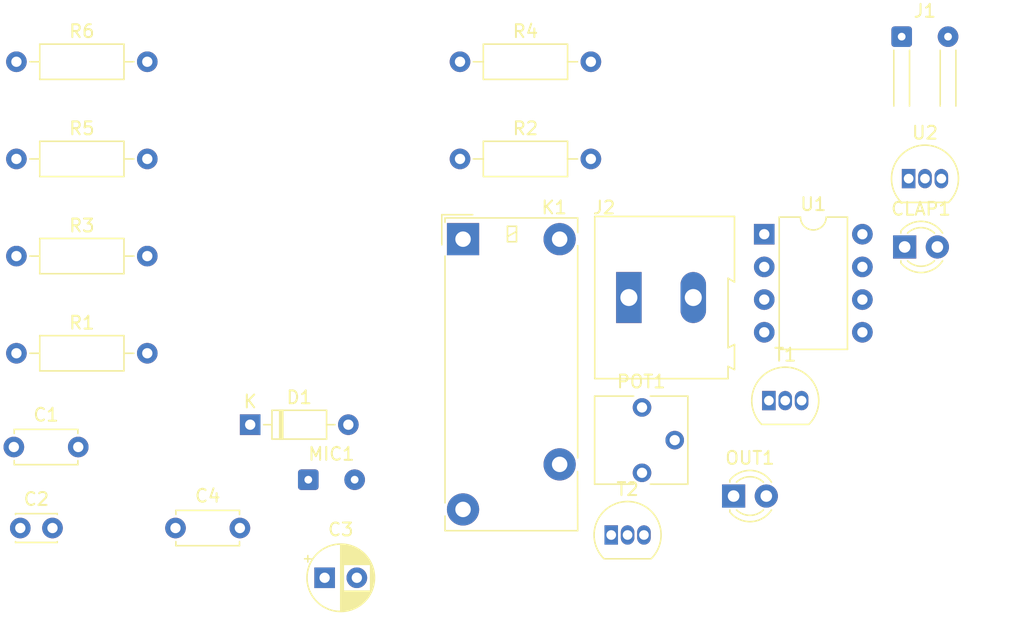
<source format=kicad_pcb>
(kicad_pcb (version 20171130) (host pcbnew "(5.1.12)-1")

  (general
    (thickness 1.6)
    (drawings 0)
    (tracks 0)
    (zones 0)
    (modules 22)
    (nets 19)
  )

  (page A4)
  (layers
    (0 F.Cu signal)
    (31 B.Cu signal)
    (32 B.Adhes user)
    (33 F.Adhes user)
    (34 B.Paste user)
    (35 F.Paste user)
    (36 B.SilkS user)
    (37 F.SilkS user)
    (38 B.Mask user)
    (39 F.Mask user)
    (40 Dwgs.User user)
    (41 Cmts.User user)
    (42 Eco1.User user)
    (43 Eco2.User user)
    (44 Edge.Cuts user)
    (45 Margin user)
    (46 B.CrtYd user)
    (47 F.CrtYd user)
    (48 B.Fab user)
    (49 F.Fab user)
  )

  (setup
    (last_trace_width 0.25)
    (trace_clearance 0.2)
    (zone_clearance 0.508)
    (zone_45_only no)
    (trace_min 0.2)
    (via_size 0.8)
    (via_drill 0.4)
    (via_min_size 0.4)
    (via_min_drill 0.3)
    (uvia_size 0.3)
    (uvia_drill 0.1)
    (uvias_allowed no)
    (uvia_min_size 0.2)
    (uvia_min_drill 0.1)
    (edge_width 0.05)
    (segment_width 0.2)
    (pcb_text_width 0.3)
    (pcb_text_size 1.5 1.5)
    (mod_edge_width 0.12)
    (mod_text_size 1 1)
    (mod_text_width 0.15)
    (pad_size 1.524 1.524)
    (pad_drill 0.762)
    (pad_to_mask_clearance 0)
    (aux_axis_origin 0 0)
    (visible_elements FFFFFF7F)
    (pcbplotparams
      (layerselection 0x010fc_ffffffff)
      (usegerberextensions false)
      (usegerberattributes true)
      (usegerberadvancedattributes true)
      (creategerberjobfile true)
      (excludeedgelayer true)
      (linewidth 0.100000)
      (plotframeref false)
      (viasonmask false)
      (mode 1)
      (useauxorigin false)
      (hpglpennumber 1)
      (hpglpenspeed 20)
      (hpglpendiameter 15.000000)
      (psnegative false)
      (psa4output false)
      (plotreference true)
      (plotvalue true)
      (plotinvisibletext false)
      (padsonsilk false)
      (subtractmaskfromsilk false)
      (outputformat 1)
      (mirror false)
      (drillshape 1)
      (scaleselection 1)
      (outputdirectory ""))
  )

  (net 0 "")
  (net 1 "Net-(C1-Pad2)")
  (net 2 0)
  (net 3 +5V)
  (net 4 "Net-(C3-Pad2)")
  (net 5 "Net-(C3-Pad1)")
  (net 6 "Net-(C4-Pad2)")
  (net 7 "Net-(C4-Pad1)")
  (net 8 "Net-(CLAP1-Pad2)")
  (net 9 "Net-(CLAP1-Pad1)")
  (net 10 "Net-(D1-Pad2)")
  (net 11 "Net-(J2-Pad2)")
  (net 12 "Net-(J2-Pad1)")
  (net 13 "Net-(OUT1-Pad2)")
  (net 14 "Net-(POT1-Pad2)")
  (net 15 "Net-(R6-Pad2)")
  (net 16 "Net-(R6-Pad1)")
  (net 17 "Net-(U1-Pad7)")
  (net 18 "Net-(U1-Pad2)")

  (net_class Default "This is the default net class."
    (clearance 0.2)
    (trace_width 0.25)
    (via_dia 0.8)
    (via_drill 0.4)
    (uvia_dia 0.3)
    (uvia_drill 0.1)
    (add_net +5V)
    (add_net 0)
    (add_net "Net-(C1-Pad2)")
    (add_net "Net-(C3-Pad1)")
    (add_net "Net-(C3-Pad2)")
    (add_net "Net-(C4-Pad1)")
    (add_net "Net-(C4-Pad2)")
    (add_net "Net-(CLAP1-Pad1)")
    (add_net "Net-(CLAP1-Pad2)")
    (add_net "Net-(D1-Pad2)")
    (add_net "Net-(J2-Pad1)")
    (add_net "Net-(J2-Pad2)")
    (add_net "Net-(OUT1-Pad2)")
    (add_net "Net-(POT1-Pad2)")
    (add_net "Net-(R6-Pad1)")
    (add_net "Net-(R6-Pad2)")
    (add_net "Net-(U1-Pad2)")
    (add_net "Net-(U1-Pad7)")
  )

  (module Capacitor_THT:C_Disc_D4.7mm_W2.5mm_P5.00mm (layer F.Cu) (tedit 5AE50EF0) (tstamp 61DC053A)
    (at 107.8 119.325)
    (descr "C, Disc series, Radial, pin pitch=5.00mm, , diameter*width=4.7*2.5mm^2, Capacitor, http://www.vishay.com/docs/45233/krseries.pdf")
    (tags "C Disc series Radial pin pitch 5.00mm  diameter 4.7mm width 2.5mm Capacitor")
    (path /61B728B9)
    (fp_text reference C4 (at 2.5 -2.5) (layer F.SilkS)
      (effects (font (size 1 1) (thickness 0.15)))
    )
    (fp_text value 1u (at 2.5 2.5) (layer F.Fab)
      (effects (font (size 1 1) (thickness 0.15)))
    )
    (fp_text user %R (at 2.5 0) (layer F.Fab)
      (effects (font (size 0.94 0.94) (thickness 0.141)))
    )
    (fp_line (start 0.15 -1.25) (end 0.15 1.25) (layer F.Fab) (width 0.1))
    (fp_line (start 0.15 1.25) (end 4.85 1.25) (layer F.Fab) (width 0.1))
    (fp_line (start 4.85 1.25) (end 4.85 -1.25) (layer F.Fab) (width 0.1))
    (fp_line (start 4.85 -1.25) (end 0.15 -1.25) (layer F.Fab) (width 0.1))
    (fp_line (start 0.03 -1.37) (end 4.97 -1.37) (layer F.SilkS) (width 0.12))
    (fp_line (start 0.03 1.37) (end 4.97 1.37) (layer F.SilkS) (width 0.12))
    (fp_line (start 0.03 -1.37) (end 0.03 -1.055) (layer F.SilkS) (width 0.12))
    (fp_line (start 0.03 1.055) (end 0.03 1.37) (layer F.SilkS) (width 0.12))
    (fp_line (start 4.97 -1.37) (end 4.97 -1.055) (layer F.SilkS) (width 0.12))
    (fp_line (start 4.97 1.055) (end 4.97 1.37) (layer F.SilkS) (width 0.12))
    (fp_line (start -1.05 -1.5) (end -1.05 1.5) (layer F.CrtYd) (width 0.05))
    (fp_line (start -1.05 1.5) (end 6.05 1.5) (layer F.CrtYd) (width 0.05))
    (fp_line (start 6.05 1.5) (end 6.05 -1.5) (layer F.CrtYd) (width 0.05))
    (fp_line (start 6.05 -1.5) (end -1.05 -1.5) (layer F.CrtYd) (width 0.05))
    (pad 2 thru_hole circle (at 5 0) (size 1.6 1.6) (drill 0.8) (layers *.Cu *.Mask)
      (net 6 "Net-(C4-Pad2)"))
    (pad 1 thru_hole circle (at 0 0) (size 1.6 1.6) (drill 0.8) (layers *.Cu *.Mask)
      (net 7 "Net-(C4-Pad1)"))
    (model ${KISYS3DMOD}/Capacitor_THT.3dshapes/C_Disc_D4.7mm_W2.5mm_P5.00mm.wrl
      (at (xyz 0 0 0))
      (scale (xyz 1 1 1))
      (rotate (xyz 0 0 0))
    )
  )

  (module Capacitor_THT:C_Disc_D3.0mm_W2.0mm_P2.50mm (layer F.Cu) (tedit 5AE50EF0) (tstamp 61DC04A3)
    (at 95.75 119.325)
    (descr "C, Disc series, Radial, pin pitch=2.50mm, , diameter*width=3*2mm^2, Capacitor")
    (tags "C Disc series Radial pin pitch 2.50mm  diameter 3mm width 2mm Capacitor")
    (path /61BD82DD)
    (fp_text reference C2 (at 1.25 -2.25) (layer F.SilkS)
      (effects (font (size 1 1) (thickness 0.15)))
    )
    (fp_text value "100 nF" (at 1.25 2.25) (layer F.Fab)
      (effects (font (size 1 1) (thickness 0.15)))
    )
    (fp_text user %R (at 1.25 0) (layer F.Fab)
      (effects (font (size 0.6 0.6) (thickness 0.09)))
    )
    (fp_line (start -0.25 -1) (end -0.25 1) (layer F.Fab) (width 0.1))
    (fp_line (start -0.25 1) (end 2.75 1) (layer F.Fab) (width 0.1))
    (fp_line (start 2.75 1) (end 2.75 -1) (layer F.Fab) (width 0.1))
    (fp_line (start 2.75 -1) (end -0.25 -1) (layer F.Fab) (width 0.1))
    (fp_line (start -0.37 -1.12) (end 2.87 -1.12) (layer F.SilkS) (width 0.12))
    (fp_line (start -0.37 1.12) (end 2.87 1.12) (layer F.SilkS) (width 0.12))
    (fp_line (start -0.37 -1.12) (end -0.37 -1.055) (layer F.SilkS) (width 0.12))
    (fp_line (start -0.37 1.055) (end -0.37 1.12) (layer F.SilkS) (width 0.12))
    (fp_line (start 2.87 -1.12) (end 2.87 -1.055) (layer F.SilkS) (width 0.12))
    (fp_line (start 2.87 1.055) (end 2.87 1.12) (layer F.SilkS) (width 0.12))
    (fp_line (start -1.05 -1.25) (end -1.05 1.25) (layer F.CrtYd) (width 0.05))
    (fp_line (start -1.05 1.25) (end 3.55 1.25) (layer F.CrtYd) (width 0.05))
    (fp_line (start 3.55 1.25) (end 3.55 -1.25) (layer F.CrtYd) (width 0.05))
    (fp_line (start 3.55 -1.25) (end -1.05 -1.25) (layer F.CrtYd) (width 0.05))
    (pad 2 thru_hole circle (at 2.5 0) (size 1.6 1.6) (drill 0.8) (layers *.Cu *.Mask)
      (net 2 0))
    (pad 1 thru_hole circle (at 0 0) (size 1.6 1.6) (drill 0.8) (layers *.Cu *.Mask)
      (net 3 +5V))
    (model ${KISYS3DMOD}/Capacitor_THT.3dshapes/C_Disc_D3.0mm_W2.0mm_P2.50mm.wrl
      (at (xyz 0 0 0))
      (scale (xyz 1 1 1))
      (rotate (xyz 0 0 0))
    )
  )

  (module Capacitor_THT:C_Disc_D4.7mm_W2.5mm_P5.00mm (layer F.Cu) (tedit 5AE50EF0) (tstamp 61DC0490)
    (at 95.25 113.03)
    (descr "C, Disc series, Radial, pin pitch=5.00mm, , diameter*width=4.7*2.5mm^2, Capacitor, http://www.vishay.com/docs/45233/krseries.pdf")
    (tags "C Disc series Radial pin pitch 5.00mm  diameter 4.7mm width 2.5mm Capacitor")
    (path /61E05CDF)
    (fp_text reference C1 (at 2.5 -2.5) (layer F.SilkS)
      (effects (font (size 1 1) (thickness 0.15)))
    )
    (fp_text value 1uF (at 2.5 2.5) (layer F.Fab)
      (effects (font (size 1 1) (thickness 0.15)))
    )
    (fp_text user %R (at 2.5 0) (layer F.Fab)
      (effects (font (size 0.94 0.94) (thickness 0.141)))
    )
    (fp_line (start 0.15 -1.25) (end 0.15 1.25) (layer F.Fab) (width 0.1))
    (fp_line (start 0.15 1.25) (end 4.85 1.25) (layer F.Fab) (width 0.1))
    (fp_line (start 4.85 1.25) (end 4.85 -1.25) (layer F.Fab) (width 0.1))
    (fp_line (start 4.85 -1.25) (end 0.15 -1.25) (layer F.Fab) (width 0.1))
    (fp_line (start 0.03 -1.37) (end 4.97 -1.37) (layer F.SilkS) (width 0.12))
    (fp_line (start 0.03 1.37) (end 4.97 1.37) (layer F.SilkS) (width 0.12))
    (fp_line (start 0.03 -1.37) (end 0.03 -1.055) (layer F.SilkS) (width 0.12))
    (fp_line (start 0.03 1.055) (end 0.03 1.37) (layer F.SilkS) (width 0.12))
    (fp_line (start 4.97 -1.37) (end 4.97 -1.055) (layer F.SilkS) (width 0.12))
    (fp_line (start 4.97 1.055) (end 4.97 1.37) (layer F.SilkS) (width 0.12))
    (fp_line (start -1.05 -1.5) (end -1.05 1.5) (layer F.CrtYd) (width 0.05))
    (fp_line (start -1.05 1.5) (end 6.05 1.5) (layer F.CrtYd) (width 0.05))
    (fp_line (start 6.05 1.5) (end 6.05 -1.5) (layer F.CrtYd) (width 0.05))
    (fp_line (start 6.05 -1.5) (end -1.05 -1.5) (layer F.CrtYd) (width 0.05))
    (pad 2 thru_hole circle (at 5 0) (size 1.6 1.6) (drill 0.8) (layers *.Cu *.Mask)
      (net 1 "Net-(C1-Pad2)"))
    (pad 1 thru_hole circle (at 0 0) (size 1.6 1.6) (drill 0.8) (layers *.Cu *.Mask)
      (net 2 0))
    (model ${KISYS3DMOD}/Capacitor_THT.3dshapes/C_Disc_D4.7mm_W2.5mm_P5.00mm.wrl
      (at (xyz 0 0 0))
      (scale (xyz 1 1 1))
      (rotate (xyz 0 0 0))
    )
  )

  (module Resistor_THT:R_Axial_DIN0207_L6.3mm_D2.5mm_P10.16mm_Horizontal (layer F.Cu) (tedit 5AE5139B) (tstamp 61DC06EB)
    (at 95.45 83.095)
    (descr "Resistor, Axial_DIN0207 series, Axial, Horizontal, pin pitch=10.16mm, 0.25W = 1/4W, length*diameter=6.3*2.5mm^2, http://cdn-reichelt.de/documents/datenblatt/B400/1_4W%23YAG.pdf")
    (tags "Resistor Axial_DIN0207 series Axial Horizontal pin pitch 10.16mm 0.25W = 1/4W length 6.3mm diameter 2.5mm")
    (path /61BDFEDC)
    (fp_text reference R6 (at 5.08 -2.37) (layer F.SilkS)
      (effects (font (size 1 1) (thickness 0.15)))
    )
    (fp_text value 1k (at 5.08 2.37) (layer F.Fab)
      (effects (font (size 1 1) (thickness 0.15)))
    )
    (fp_text user %R (at 5.08 0) (layer F.Fab)
      (effects (font (size 1 1) (thickness 0.15)))
    )
    (fp_line (start 1.93 -1.25) (end 1.93 1.25) (layer F.Fab) (width 0.1))
    (fp_line (start 1.93 1.25) (end 8.23 1.25) (layer F.Fab) (width 0.1))
    (fp_line (start 8.23 1.25) (end 8.23 -1.25) (layer F.Fab) (width 0.1))
    (fp_line (start 8.23 -1.25) (end 1.93 -1.25) (layer F.Fab) (width 0.1))
    (fp_line (start 0 0) (end 1.93 0) (layer F.Fab) (width 0.1))
    (fp_line (start 10.16 0) (end 8.23 0) (layer F.Fab) (width 0.1))
    (fp_line (start 1.81 -1.37) (end 1.81 1.37) (layer F.SilkS) (width 0.12))
    (fp_line (start 1.81 1.37) (end 8.35 1.37) (layer F.SilkS) (width 0.12))
    (fp_line (start 8.35 1.37) (end 8.35 -1.37) (layer F.SilkS) (width 0.12))
    (fp_line (start 8.35 -1.37) (end 1.81 -1.37) (layer F.SilkS) (width 0.12))
    (fp_line (start 1.04 0) (end 1.81 0) (layer F.SilkS) (width 0.12))
    (fp_line (start 9.12 0) (end 8.35 0) (layer F.SilkS) (width 0.12))
    (fp_line (start -1.05 -1.5) (end -1.05 1.5) (layer F.CrtYd) (width 0.05))
    (fp_line (start -1.05 1.5) (end 11.21 1.5) (layer F.CrtYd) (width 0.05))
    (fp_line (start 11.21 1.5) (end 11.21 -1.5) (layer F.CrtYd) (width 0.05))
    (fp_line (start 11.21 -1.5) (end -1.05 -1.5) (layer F.CrtYd) (width 0.05))
    (pad 2 thru_hole oval (at 10.16 0) (size 1.6 1.6) (drill 0.8) (layers *.Cu *.Mask)
      (net 15 "Net-(R6-Pad2)"))
    (pad 1 thru_hole circle (at 0 0) (size 1.6 1.6) (drill 0.8) (layers *.Cu *.Mask)
      (net 16 "Net-(R6-Pad1)"))
    (model ${KISYS3DMOD}/Resistor_THT.3dshapes/R_Axial_DIN0207_L6.3mm_D2.5mm_P10.16mm_Horizontal.wrl
      (at (xyz 0 0 0))
      (scale (xyz 1 1 1))
      (rotate (xyz 0 0 0))
    )
  )

  (module Resistor_THT:R_Axial_DIN0207_L6.3mm_D2.5mm_P10.16mm_Horizontal (layer F.Cu) (tedit 5AE5139B) (tstamp 61DC06D4)
    (at 95.45 90.645)
    (descr "Resistor, Axial_DIN0207 series, Axial, Horizontal, pin pitch=10.16mm, 0.25W = 1/4W, length*diameter=6.3*2.5mm^2, http://cdn-reichelt.de/documents/datenblatt/B400/1_4W%23YAG.pdf")
    (tags "Resistor Axial_DIN0207 series Axial Horizontal pin pitch 10.16mm 0.25W = 1/4W length 6.3mm diameter 2.5mm")
    (path /61DD2EF1)
    (fp_text reference R5 (at 5.08 -2.37) (layer F.SilkS)
      (effects (font (size 1 1) (thickness 0.15)))
    )
    (fp_text value 820 (at 5.08 2.37) (layer F.Fab)
      (effects (font (size 1 1) (thickness 0.15)))
    )
    (fp_text user %R (at 5.08 0) (layer F.Fab)
      (effects (font (size 1 1) (thickness 0.15)))
    )
    (fp_line (start 1.93 -1.25) (end 1.93 1.25) (layer F.Fab) (width 0.1))
    (fp_line (start 1.93 1.25) (end 8.23 1.25) (layer F.Fab) (width 0.1))
    (fp_line (start 8.23 1.25) (end 8.23 -1.25) (layer F.Fab) (width 0.1))
    (fp_line (start 8.23 -1.25) (end 1.93 -1.25) (layer F.Fab) (width 0.1))
    (fp_line (start 0 0) (end 1.93 0) (layer F.Fab) (width 0.1))
    (fp_line (start 10.16 0) (end 8.23 0) (layer F.Fab) (width 0.1))
    (fp_line (start 1.81 -1.37) (end 1.81 1.37) (layer F.SilkS) (width 0.12))
    (fp_line (start 1.81 1.37) (end 8.35 1.37) (layer F.SilkS) (width 0.12))
    (fp_line (start 8.35 1.37) (end 8.35 -1.37) (layer F.SilkS) (width 0.12))
    (fp_line (start 8.35 -1.37) (end 1.81 -1.37) (layer F.SilkS) (width 0.12))
    (fp_line (start 1.04 0) (end 1.81 0) (layer F.SilkS) (width 0.12))
    (fp_line (start 9.12 0) (end 8.35 0) (layer F.SilkS) (width 0.12))
    (fp_line (start -1.05 -1.5) (end -1.05 1.5) (layer F.CrtYd) (width 0.05))
    (fp_line (start -1.05 1.5) (end 11.21 1.5) (layer F.CrtYd) (width 0.05))
    (fp_line (start 11.21 1.5) (end 11.21 -1.5) (layer F.CrtYd) (width 0.05))
    (fp_line (start 11.21 -1.5) (end -1.05 -1.5) (layer F.CrtYd) (width 0.05))
    (pad 2 thru_hole oval (at 10.16 0) (size 1.6 1.6) (drill 0.8) (layers *.Cu *.Mask)
      (net 3 +5V))
    (pad 1 thru_hole circle (at 0 0) (size 1.6 1.6) (drill 0.8) (layers *.Cu *.Mask)
      (net 13 "Net-(OUT1-Pad2)"))
    (model ${KISYS3DMOD}/Resistor_THT.3dshapes/R_Axial_DIN0207_L6.3mm_D2.5mm_P10.16mm_Horizontal.wrl
      (at (xyz 0 0 0))
      (scale (xyz 1 1 1))
      (rotate (xyz 0 0 0))
    )
  )

  (module Resistor_THT:R_Axial_DIN0207_L6.3mm_D2.5mm_P10.16mm_Horizontal (layer F.Cu) (tedit 5AE5139B) (tstamp 61DC06BD)
    (at 129.89 83.095)
    (descr "Resistor, Axial_DIN0207 series, Axial, Horizontal, pin pitch=10.16mm, 0.25W = 1/4W, length*diameter=6.3*2.5mm^2, http://cdn-reichelt.de/documents/datenblatt/B400/1_4W%23YAG.pdf")
    (tags "Resistor Axial_DIN0207 series Axial Horizontal pin pitch 10.16mm 0.25W = 1/4W length 6.3mm diameter 2.5mm")
    (path /61B7395A)
    (fp_text reference R4 (at 5.08 -2.37) (layer F.SilkS)
      (effects (font (size 1 1) (thickness 0.15)))
    )
    (fp_text value 100k (at 5.08 2.37) (layer F.Fab)
      (effects (font (size 1 1) (thickness 0.15)))
    )
    (fp_text user %R (at 5.08 0) (layer F.Fab)
      (effects (font (size 1 1) (thickness 0.15)))
    )
    (fp_line (start 1.93 -1.25) (end 1.93 1.25) (layer F.Fab) (width 0.1))
    (fp_line (start 1.93 1.25) (end 8.23 1.25) (layer F.Fab) (width 0.1))
    (fp_line (start 8.23 1.25) (end 8.23 -1.25) (layer F.Fab) (width 0.1))
    (fp_line (start 8.23 -1.25) (end 1.93 -1.25) (layer F.Fab) (width 0.1))
    (fp_line (start 0 0) (end 1.93 0) (layer F.Fab) (width 0.1))
    (fp_line (start 10.16 0) (end 8.23 0) (layer F.Fab) (width 0.1))
    (fp_line (start 1.81 -1.37) (end 1.81 1.37) (layer F.SilkS) (width 0.12))
    (fp_line (start 1.81 1.37) (end 8.35 1.37) (layer F.SilkS) (width 0.12))
    (fp_line (start 8.35 1.37) (end 8.35 -1.37) (layer F.SilkS) (width 0.12))
    (fp_line (start 8.35 -1.37) (end 1.81 -1.37) (layer F.SilkS) (width 0.12))
    (fp_line (start 1.04 0) (end 1.81 0) (layer F.SilkS) (width 0.12))
    (fp_line (start 9.12 0) (end 8.35 0) (layer F.SilkS) (width 0.12))
    (fp_line (start -1.05 -1.5) (end -1.05 1.5) (layer F.CrtYd) (width 0.05))
    (fp_line (start -1.05 1.5) (end 11.21 1.5) (layer F.CrtYd) (width 0.05))
    (fp_line (start 11.21 1.5) (end 11.21 -1.5) (layer F.CrtYd) (width 0.05))
    (fp_line (start 11.21 -1.5) (end -1.05 -1.5) (layer F.CrtYd) (width 0.05))
    (pad 2 thru_hole oval (at 10.16 0) (size 1.6 1.6) (drill 0.8) (layers *.Cu *.Mask)
      (net 7 "Net-(C4-Pad1)"))
    (pad 1 thru_hole circle (at 0 0) (size 1.6 1.6) (drill 0.8) (layers *.Cu *.Mask)
      (net 4 "Net-(C3-Pad2)"))
    (model ${KISYS3DMOD}/Resistor_THT.3dshapes/R_Axial_DIN0207_L6.3mm_D2.5mm_P10.16mm_Horizontal.wrl
      (at (xyz 0 0 0))
      (scale (xyz 1 1 1))
      (rotate (xyz 0 0 0))
    )
  )

  (module Resistor_THT:R_Axial_DIN0207_L6.3mm_D2.5mm_P10.16mm_Horizontal (layer F.Cu) (tedit 5AE5139B) (tstamp 61DC06A6)
    (at 95.45 98.195)
    (descr "Resistor, Axial_DIN0207 series, Axial, Horizontal, pin pitch=10.16mm, 0.25W = 1/4W, length*diameter=6.3*2.5mm^2, http://cdn-reichelt.de/documents/datenblatt/B400/1_4W%23YAG.pdf")
    (tags "Resistor Axial_DIN0207 series Axial Horizontal pin pitch 10.16mm 0.25W = 1/4W length 6.3mm diameter 2.5mm")
    (path /61B7202A)
    (fp_text reference R3 (at 5.08 -2.37) (layer F.SilkS)
      (effects (font (size 1 1) (thickness 0.15)))
    )
    (fp_text value 3k6 (at 5.08 2.37) (layer F.Fab)
      (effects (font (size 1 1) (thickness 0.15)))
    )
    (fp_text user %R (at 5.08 0) (layer F.Fab)
      (effects (font (size 1 1) (thickness 0.15)))
    )
    (fp_line (start 1.93 -1.25) (end 1.93 1.25) (layer F.Fab) (width 0.1))
    (fp_line (start 1.93 1.25) (end 8.23 1.25) (layer F.Fab) (width 0.1))
    (fp_line (start 8.23 1.25) (end 8.23 -1.25) (layer F.Fab) (width 0.1))
    (fp_line (start 8.23 -1.25) (end 1.93 -1.25) (layer F.Fab) (width 0.1))
    (fp_line (start 0 0) (end 1.93 0) (layer F.Fab) (width 0.1))
    (fp_line (start 10.16 0) (end 8.23 0) (layer F.Fab) (width 0.1))
    (fp_line (start 1.81 -1.37) (end 1.81 1.37) (layer F.SilkS) (width 0.12))
    (fp_line (start 1.81 1.37) (end 8.35 1.37) (layer F.SilkS) (width 0.12))
    (fp_line (start 8.35 1.37) (end 8.35 -1.37) (layer F.SilkS) (width 0.12))
    (fp_line (start 8.35 -1.37) (end 1.81 -1.37) (layer F.SilkS) (width 0.12))
    (fp_line (start 1.04 0) (end 1.81 0) (layer F.SilkS) (width 0.12))
    (fp_line (start 9.12 0) (end 8.35 0) (layer F.SilkS) (width 0.12))
    (fp_line (start -1.05 -1.5) (end -1.05 1.5) (layer F.CrtYd) (width 0.05))
    (fp_line (start -1.05 1.5) (end 11.21 1.5) (layer F.CrtYd) (width 0.05))
    (fp_line (start 11.21 1.5) (end 11.21 -1.5) (layer F.CrtYd) (width 0.05))
    (fp_line (start 11.21 -1.5) (end -1.05 -1.5) (layer F.CrtYd) (width 0.05))
    (pad 2 thru_hole oval (at 10.16 0) (size 1.6 1.6) (drill 0.8) (layers *.Cu *.Mask)
      (net 6 "Net-(C4-Pad2)"))
    (pad 1 thru_hole circle (at 0 0) (size 1.6 1.6) (drill 0.8) (layers *.Cu *.Mask)
      (net 3 +5V))
    (model ${KISYS3DMOD}/Resistor_THT.3dshapes/R_Axial_DIN0207_L6.3mm_D2.5mm_P10.16mm_Horizontal.wrl
      (at (xyz 0 0 0))
      (scale (xyz 1 1 1))
      (rotate (xyz 0 0 0))
    )
  )

  (module Resistor_THT:R_Axial_DIN0207_L6.3mm_D2.5mm_P10.16mm_Horizontal (layer F.Cu) (tedit 5AE5139B) (tstamp 61DC068F)
    (at 129.89 90.645)
    (descr "Resistor, Axial_DIN0207 series, Axial, Horizontal, pin pitch=10.16mm, 0.25W = 1/4W, length*diameter=6.3*2.5mm^2, http://cdn-reichelt.de/documents/datenblatt/B400/1_4W%23YAG.pdf")
    (tags "Resistor Axial_DIN0207 series Axial Horizontal pin pitch 10.16mm 0.25W = 1/4W length 6.3mm diameter 2.5mm")
    (path /61B75B8A)
    (fp_text reference R2 (at 5.08 -2.37) (layer F.SilkS)
      (effects (font (size 1 1) (thickness 0.15)))
    )
    (fp_text value 10k (at 5.08 2.37) (layer F.Fab)
      (effects (font (size 1 1) (thickness 0.15)))
    )
    (fp_text user %R (at 5.08 0) (layer F.Fab)
      (effects (font (size 1 1) (thickness 0.15)))
    )
    (fp_line (start 1.93 -1.25) (end 1.93 1.25) (layer F.Fab) (width 0.1))
    (fp_line (start 1.93 1.25) (end 8.23 1.25) (layer F.Fab) (width 0.1))
    (fp_line (start 8.23 1.25) (end 8.23 -1.25) (layer F.Fab) (width 0.1))
    (fp_line (start 8.23 -1.25) (end 1.93 -1.25) (layer F.Fab) (width 0.1))
    (fp_line (start 0 0) (end 1.93 0) (layer F.Fab) (width 0.1))
    (fp_line (start 10.16 0) (end 8.23 0) (layer F.Fab) (width 0.1))
    (fp_line (start 1.81 -1.37) (end 1.81 1.37) (layer F.SilkS) (width 0.12))
    (fp_line (start 1.81 1.37) (end 8.35 1.37) (layer F.SilkS) (width 0.12))
    (fp_line (start 8.35 1.37) (end 8.35 -1.37) (layer F.SilkS) (width 0.12))
    (fp_line (start 8.35 -1.37) (end 1.81 -1.37) (layer F.SilkS) (width 0.12))
    (fp_line (start 1.04 0) (end 1.81 0) (layer F.SilkS) (width 0.12))
    (fp_line (start 9.12 0) (end 8.35 0) (layer F.SilkS) (width 0.12))
    (fp_line (start -1.05 -1.5) (end -1.05 1.5) (layer F.CrtYd) (width 0.05))
    (fp_line (start -1.05 1.5) (end 11.21 1.5) (layer F.CrtYd) (width 0.05))
    (fp_line (start 11.21 1.5) (end 11.21 -1.5) (layer F.CrtYd) (width 0.05))
    (fp_line (start 11.21 -1.5) (end -1.05 -1.5) (layer F.CrtYd) (width 0.05))
    (pad 2 thru_hole oval (at 10.16 0) (size 1.6 1.6) (drill 0.8) (layers *.Cu *.Mask)
      (net 4 "Net-(C3-Pad2)"))
    (pad 1 thru_hole circle (at 0 0) (size 1.6 1.6) (drill 0.8) (layers *.Cu *.Mask)
      (net 3 +5V))
    (model ${KISYS3DMOD}/Resistor_THT.3dshapes/R_Axial_DIN0207_L6.3mm_D2.5mm_P10.16mm_Horizontal.wrl
      (at (xyz 0 0 0))
      (scale (xyz 1 1 1))
      (rotate (xyz 0 0 0))
    )
  )

  (module Resistor_THT:R_Axial_DIN0207_L6.3mm_D2.5mm_P10.16mm_Horizontal (layer F.Cu) (tedit 5AE5139B) (tstamp 61DC0678)
    (at 95.45 105.745)
    (descr "Resistor, Axial_DIN0207 series, Axial, Horizontal, pin pitch=10.16mm, 0.25W = 1/4W, length*diameter=6.3*2.5mm^2, http://cdn-reichelt.de/documents/datenblatt/B400/1_4W%23YAG.pdf")
    (tags "Resistor Axial_DIN0207 series Axial Horizontal pin pitch 10.16mm 0.25W = 1/4W length 6.3mm diameter 2.5mm")
    (path /61BDA889)
    (fp_text reference R1 (at 5.08 -2.37) (layer F.SilkS)
      (effects (font (size 1 1) (thickness 0.15)))
    )
    (fp_text value 150 (at 5.08 2.37) (layer F.Fab)
      (effects (font (size 1 1) (thickness 0.15)))
    )
    (fp_text user %R (at 5.08 0) (layer F.Fab)
      (effects (font (size 1 1) (thickness 0.15)))
    )
    (fp_line (start 1.93 -1.25) (end 1.93 1.25) (layer F.Fab) (width 0.1))
    (fp_line (start 1.93 1.25) (end 8.23 1.25) (layer F.Fab) (width 0.1))
    (fp_line (start 8.23 1.25) (end 8.23 -1.25) (layer F.Fab) (width 0.1))
    (fp_line (start 8.23 -1.25) (end 1.93 -1.25) (layer F.Fab) (width 0.1))
    (fp_line (start 0 0) (end 1.93 0) (layer F.Fab) (width 0.1))
    (fp_line (start 10.16 0) (end 8.23 0) (layer F.Fab) (width 0.1))
    (fp_line (start 1.81 -1.37) (end 1.81 1.37) (layer F.SilkS) (width 0.12))
    (fp_line (start 1.81 1.37) (end 8.35 1.37) (layer F.SilkS) (width 0.12))
    (fp_line (start 8.35 1.37) (end 8.35 -1.37) (layer F.SilkS) (width 0.12))
    (fp_line (start 8.35 -1.37) (end 1.81 -1.37) (layer F.SilkS) (width 0.12))
    (fp_line (start 1.04 0) (end 1.81 0) (layer F.SilkS) (width 0.12))
    (fp_line (start 9.12 0) (end 8.35 0) (layer F.SilkS) (width 0.12))
    (fp_line (start -1.05 -1.5) (end -1.05 1.5) (layer F.CrtYd) (width 0.05))
    (fp_line (start -1.05 1.5) (end 11.21 1.5) (layer F.CrtYd) (width 0.05))
    (fp_line (start 11.21 1.5) (end 11.21 -1.5) (layer F.CrtYd) (width 0.05))
    (fp_line (start 11.21 -1.5) (end -1.05 -1.5) (layer F.CrtYd) (width 0.05))
    (pad 2 thru_hole oval (at 10.16 0) (size 1.6 1.6) (drill 0.8) (layers *.Cu *.Mask)
      (net 8 "Net-(CLAP1-Pad2)"))
    (pad 1 thru_hole circle (at 0 0) (size 1.6 1.6) (drill 0.8) (layers *.Cu *.Mask)
      (net 3 +5V))
    (model ${KISYS3DMOD}/Resistor_THT.3dshapes/R_Axial_DIN0207_L6.3mm_D2.5mm_P10.16mm_Horizontal.wrl
      (at (xyz 0 0 0))
      (scale (xyz 1 1 1))
      (rotate (xyz 0 0 0))
    )
  )

  (module Package_TO_SOT_THT:TO-92_Inline (layer F.Cu) (tedit 5A1DD157) (tstamp 61DC073D)
    (at 164.72 92.175)
    (descr "TO-92 leads in-line, narrow, oval pads, drill 0.75mm (see NXP sot054_po.pdf)")
    (tags "to-92 sc-43 sc-43a sot54 PA33 transistor")
    (path /61DEB0F3)
    (fp_text reference U2 (at 1.27 -3.56) (layer F.SilkS)
      (effects (font (size 1 1) (thickness 0.15)))
    )
    (fp_text value L78L05_TO92 (at 1.27 2.79) (layer F.Fab)
      (effects (font (size 1 1) (thickness 0.15)))
    )
    (fp_arc (start 1.27 0) (end 1.27 -2.6) (angle 135) (layer F.SilkS) (width 0.12))
    (fp_arc (start 1.27 0) (end 1.27 -2.48) (angle -135) (layer F.Fab) (width 0.1))
    (fp_arc (start 1.27 0) (end 1.27 -2.6) (angle -135) (layer F.SilkS) (width 0.12))
    (fp_arc (start 1.27 0) (end 1.27 -2.48) (angle 135) (layer F.Fab) (width 0.1))
    (fp_text user %R (at 1.27 0) (layer F.Fab)
      (effects (font (size 1 1) (thickness 0.15)))
    )
    (fp_line (start -0.53 1.85) (end 3.07 1.85) (layer F.SilkS) (width 0.12))
    (fp_line (start -0.5 1.75) (end 3 1.75) (layer F.Fab) (width 0.1))
    (fp_line (start -1.46 -2.73) (end 4 -2.73) (layer F.CrtYd) (width 0.05))
    (fp_line (start -1.46 -2.73) (end -1.46 2.01) (layer F.CrtYd) (width 0.05))
    (fp_line (start 4 2.01) (end 4 -2.73) (layer F.CrtYd) (width 0.05))
    (fp_line (start 4 2.01) (end -1.46 2.01) (layer F.CrtYd) (width 0.05))
    (pad 1 thru_hole rect (at 0 0) (size 1.05 1.5) (drill 0.75) (layers *.Cu *.Mask)
      (net 3 +5V))
    (pad 3 thru_hole oval (at 2.54 0) (size 1.05 1.5) (drill 0.75) (layers *.Cu *.Mask)
      (net 1 "Net-(C1-Pad2)"))
    (pad 2 thru_hole oval (at 1.27 0) (size 1.05 1.5) (drill 0.75) (layers *.Cu *.Mask)
      (net 2 0))
    (model ${KISYS3DMOD}/Package_TO_SOT_THT.3dshapes/TO-92_Inline.wrl
      (at (xyz 0 0 0))
      (scale (xyz 1 1 1))
      (rotate (xyz 0 0 0))
    )
  )

  (module Package_DIP:DIP-8_W7.62mm (layer F.Cu) (tedit 5A02E8C5) (tstamp 61DC072B)
    (at 153.51 96.495)
    (descr "8-lead though-hole mounted DIP package, row spacing 7.62 mm (300 mils)")
    (tags "THT DIP DIL PDIP 2.54mm 7.62mm 300mil")
    (path /61B7E7CD)
    (fp_text reference U1 (at 3.81 -2.33) (layer F.SilkS)
      (effects (font (size 1 1) (thickness 0.15)))
    )
    (fp_text value ATtiny13-20PU (at 3.81 9.95) (layer F.Fab)
      (effects (font (size 1 1) (thickness 0.15)))
    )
    (fp_text user %R (at 3.81 3.81) (layer F.Fab)
      (effects (font (size 1 1) (thickness 0.15)))
    )
    (fp_arc (start 3.81 -1.33) (end 2.81 -1.33) (angle -180) (layer F.SilkS) (width 0.12))
    (fp_line (start 1.635 -1.27) (end 6.985 -1.27) (layer F.Fab) (width 0.1))
    (fp_line (start 6.985 -1.27) (end 6.985 8.89) (layer F.Fab) (width 0.1))
    (fp_line (start 6.985 8.89) (end 0.635 8.89) (layer F.Fab) (width 0.1))
    (fp_line (start 0.635 8.89) (end 0.635 -0.27) (layer F.Fab) (width 0.1))
    (fp_line (start 0.635 -0.27) (end 1.635 -1.27) (layer F.Fab) (width 0.1))
    (fp_line (start 2.81 -1.33) (end 1.16 -1.33) (layer F.SilkS) (width 0.12))
    (fp_line (start 1.16 -1.33) (end 1.16 8.95) (layer F.SilkS) (width 0.12))
    (fp_line (start 1.16 8.95) (end 6.46 8.95) (layer F.SilkS) (width 0.12))
    (fp_line (start 6.46 8.95) (end 6.46 -1.33) (layer F.SilkS) (width 0.12))
    (fp_line (start 6.46 -1.33) (end 4.81 -1.33) (layer F.SilkS) (width 0.12))
    (fp_line (start -1.1 -1.55) (end -1.1 9.15) (layer F.CrtYd) (width 0.05))
    (fp_line (start -1.1 9.15) (end 8.7 9.15) (layer F.CrtYd) (width 0.05))
    (fp_line (start 8.7 9.15) (end 8.7 -1.55) (layer F.CrtYd) (width 0.05))
    (fp_line (start 8.7 -1.55) (end -1.1 -1.55) (layer F.CrtYd) (width 0.05))
    (pad 8 thru_hole oval (at 7.62 0) (size 1.6 1.6) (drill 0.8) (layers *.Cu *.Mask)
      (net 3 +5V))
    (pad 4 thru_hole oval (at 0 7.62) (size 1.6 1.6) (drill 0.8) (layers *.Cu *.Mask)
      (net 2 0))
    (pad 7 thru_hole oval (at 7.62 2.54) (size 1.6 1.6) (drill 0.8) (layers *.Cu *.Mask)
      (net 17 "Net-(U1-Pad7)"))
    (pad 3 thru_hole oval (at 0 5.08) (size 1.6 1.6) (drill 0.8) (layers *.Cu *.Mask)
      (net 9 "Net-(CLAP1-Pad1)"))
    (pad 6 thru_hole oval (at 7.62 5.08) (size 1.6 1.6) (drill 0.8) (layers *.Cu *.Mask)
      (net 14 "Net-(POT1-Pad2)"))
    (pad 2 thru_hole oval (at 0 2.54) (size 1.6 1.6) (drill 0.8) (layers *.Cu *.Mask)
      (net 18 "Net-(U1-Pad2)"))
    (pad 5 thru_hole oval (at 7.62 7.62) (size 1.6 1.6) (drill 0.8) (layers *.Cu *.Mask)
      (net 5 "Net-(C3-Pad1)"))
    (pad 1 thru_hole rect (at 0 0) (size 1.6 1.6) (drill 0.8) (layers *.Cu *.Mask)
      (net 15 "Net-(R6-Pad2)"))
    (model ${KISYS3DMOD}/Package_DIP.3dshapes/DIP-8_W7.62mm.wrl
      (at (xyz 0 0 0))
      (scale (xyz 1 1 1))
      (rotate (xyz 0 0 0))
    )
  )

  (module Package_TO_SOT_THT:TO-92_Inline (layer F.Cu) (tedit 5A1DD157) (tstamp 61DC070F)
    (at 141.63 119.865)
    (descr "TO-92 leads in-line, narrow, oval pads, drill 0.75mm (see NXP sot054_po.pdf)")
    (tags "to-92 sc-43 sc-43a sot54 PA33 transistor")
    (path /61BE062D)
    (fp_text reference T2 (at 1.27 -3.56) (layer F.SilkS)
      (effects (font (size 1 1) (thickness 0.15)))
    )
    (fp_text value BC546 (at 1.27 2.79) (layer F.Fab)
      (effects (font (size 1 1) (thickness 0.15)))
    )
    (fp_arc (start 1.27 0) (end 1.27 -2.6) (angle 135) (layer F.SilkS) (width 0.12))
    (fp_arc (start 1.27 0) (end 1.27 -2.48) (angle -135) (layer F.Fab) (width 0.1))
    (fp_arc (start 1.27 0) (end 1.27 -2.6) (angle -135) (layer F.SilkS) (width 0.12))
    (fp_arc (start 1.27 0) (end 1.27 -2.48) (angle 135) (layer F.Fab) (width 0.1))
    (fp_text user %R (at 1.27 0) (layer F.Fab)
      (effects (font (size 1 1) (thickness 0.15)))
    )
    (fp_line (start -0.53 1.85) (end 3.07 1.85) (layer F.SilkS) (width 0.12))
    (fp_line (start -0.5 1.75) (end 3 1.75) (layer F.Fab) (width 0.1))
    (fp_line (start -1.46 -2.73) (end 4 -2.73) (layer F.CrtYd) (width 0.05))
    (fp_line (start -1.46 -2.73) (end -1.46 2.01) (layer F.CrtYd) (width 0.05))
    (fp_line (start 4 2.01) (end 4 -2.73) (layer F.CrtYd) (width 0.05))
    (fp_line (start 4 2.01) (end -1.46 2.01) (layer F.CrtYd) (width 0.05))
    (pad 1 thru_hole rect (at 0 0) (size 1.05 1.5) (drill 0.75) (layers *.Cu *.Mask)
      (net 10 "Net-(D1-Pad2)"))
    (pad 3 thru_hole oval (at 2.54 0) (size 1.05 1.5) (drill 0.75) (layers *.Cu *.Mask)
      (net 2 0))
    (pad 2 thru_hole oval (at 1.27 0) (size 1.05 1.5) (drill 0.75) (layers *.Cu *.Mask)
      (net 16 "Net-(R6-Pad1)"))
    (model ${KISYS3DMOD}/Package_TO_SOT_THT.3dshapes/TO-92_Inline.wrl
      (at (xyz 0 0 0))
      (scale (xyz 1 1 1))
      (rotate (xyz 0 0 0))
    )
  )

  (module Package_TO_SOT_THT:TO-92_Inline (layer F.Cu) (tedit 5A1DD157) (tstamp 61DC06FD)
    (at 153.87 109.425)
    (descr "TO-92 leads in-line, narrow, oval pads, drill 0.75mm (see NXP sot054_po.pdf)")
    (tags "to-92 sc-43 sc-43a sot54 PA33 transistor")
    (path /61B7494F)
    (fp_text reference T1 (at 1.27 -3.56) (layer F.SilkS)
      (effects (font (size 1 1) (thickness 0.15)))
    )
    (fp_text value BC546 (at 1.27 2.79) (layer F.Fab)
      (effects (font (size 1 1) (thickness 0.15)))
    )
    (fp_arc (start 1.27 0) (end 1.27 -2.6) (angle 135) (layer F.SilkS) (width 0.12))
    (fp_arc (start 1.27 0) (end 1.27 -2.48) (angle -135) (layer F.Fab) (width 0.1))
    (fp_arc (start 1.27 0) (end 1.27 -2.6) (angle -135) (layer F.SilkS) (width 0.12))
    (fp_arc (start 1.27 0) (end 1.27 -2.48) (angle 135) (layer F.Fab) (width 0.1))
    (fp_text user %R (at 1.27 0) (layer F.Fab)
      (effects (font (size 1 1) (thickness 0.15)))
    )
    (fp_line (start -0.53 1.85) (end 3.07 1.85) (layer F.SilkS) (width 0.12))
    (fp_line (start -0.5 1.75) (end 3 1.75) (layer F.Fab) (width 0.1))
    (fp_line (start -1.46 -2.73) (end 4 -2.73) (layer F.CrtYd) (width 0.05))
    (fp_line (start -1.46 -2.73) (end -1.46 2.01) (layer F.CrtYd) (width 0.05))
    (fp_line (start 4 2.01) (end 4 -2.73) (layer F.CrtYd) (width 0.05))
    (fp_line (start 4 2.01) (end -1.46 2.01) (layer F.CrtYd) (width 0.05))
    (pad 1 thru_hole rect (at 0 0) (size 1.05 1.5) (drill 0.75) (layers *.Cu *.Mask)
      (net 4 "Net-(C3-Pad2)"))
    (pad 3 thru_hole oval (at 2.54 0) (size 1.05 1.5) (drill 0.75) (layers *.Cu *.Mask)
      (net 2 0))
    (pad 2 thru_hole oval (at 1.27 0) (size 1.05 1.5) (drill 0.75) (layers *.Cu *.Mask)
      (net 7 "Net-(C4-Pad1)"))
    (model ${KISYS3DMOD}/Package_TO_SOT_THT.3dshapes/TO-92_Inline.wrl
      (at (xyz 0 0 0))
      (scale (xyz 1 1 1))
      (rotate (xyz 0 0 0))
    )
  )

  (module Potentiometer_THT:Potentiometer_Vishay_T73YP_Vertical (layer F.Cu) (tedit 5A3D4993) (tstamp 61DC0661)
    (at 144.02 115.035)
    (descr "Potentiometer, vertical, Vishay T73YP, http://www.vishay.com/docs/51016/t73.pdf")
    (tags "Potentiometer vertical Vishay T73YP")
    (path /61BCF7EC)
    (fp_text reference POT1 (at -0.06 -7.09) (layer F.SilkS)
      (effects (font (size 1 1) (thickness 0.15)))
    )
    (fp_text value 10k (at -0.06 2.01) (layer F.Fab)
      (effects (font (size 1 1) (thickness 0.15)))
    )
    (fp_text user %R (at -2.56 -2.54 90) (layer F.Fab)
      (effects (font (size 1 1) (thickness 0.15)))
    )
    (fp_circle (center 0.24 -2.54) (end 1.74 -2.54) (layer F.Fab) (width 0.1))
    (fp_line (start -3.56 -5.84) (end -3.56 0.76) (layer F.Fab) (width 0.1))
    (fp_line (start -3.56 0.76) (end 3.44 0.76) (layer F.Fab) (width 0.1))
    (fp_line (start 3.44 0.76) (end 3.44 -5.84) (layer F.Fab) (width 0.1))
    (fp_line (start 3.44 -5.84) (end -3.56 -5.84) (layer F.Fab) (width 0.1))
    (fp_line (start -0.961 -2.616) (end 0.164 -2.616) (layer F.Fab) (width 0.1))
    (fp_line (start 0.164 -2.616) (end 0.164 -3.741) (layer F.Fab) (width 0.1))
    (fp_line (start 0.164 -3.741) (end 0.316 -3.741) (layer F.Fab) (width 0.1))
    (fp_line (start 0.316 -3.741) (end 0.316 -2.616) (layer F.Fab) (width 0.1))
    (fp_line (start 0.316 -2.616) (end 1.441 -2.616) (layer F.Fab) (width 0.1))
    (fp_line (start 1.441 -2.616) (end 1.441 -2.464) (layer F.Fab) (width 0.1))
    (fp_line (start 1.441 -2.464) (end 0.316 -2.464) (layer F.Fab) (width 0.1))
    (fp_line (start 0.316 -2.464) (end 0.316 -1.339) (layer F.Fab) (width 0.1))
    (fp_line (start 0.316 -1.339) (end 0.164 -1.339) (layer F.Fab) (width 0.1))
    (fp_line (start 0.164 -1.339) (end 0.164 -2.464) (layer F.Fab) (width 0.1))
    (fp_line (start 0.164 -2.464) (end -0.961 -2.464) (layer F.Fab) (width 0.1))
    (fp_line (start -0.961 -2.464) (end -0.961 -2.616) (layer F.Fab) (width 0.1))
    (fp_line (start -3.68 -5.96) (end -0.65 -5.96) (layer F.SilkS) (width 0.12))
    (fp_line (start 0.65 -5.96) (end 3.56 -5.96) (layer F.SilkS) (width 0.12))
    (fp_line (start -3.68 0.88) (end -0.65 0.88) (layer F.SilkS) (width 0.12))
    (fp_line (start 0.65 0.88) (end 3.56 0.88) (layer F.SilkS) (width 0.12))
    (fp_line (start -3.68 -5.96) (end -3.68 0.88) (layer F.SilkS) (width 0.12))
    (fp_line (start 3.56 -5.96) (end 3.56 0.88) (layer F.SilkS) (width 0.12))
    (fp_line (start -3.85 -6.1) (end -3.85 1.05) (layer F.CrtYd) (width 0.05))
    (fp_line (start -3.85 1.05) (end 3.7 1.05) (layer F.CrtYd) (width 0.05))
    (fp_line (start 3.7 1.05) (end 3.7 -6.1) (layer F.CrtYd) (width 0.05))
    (fp_line (start 3.7 -6.1) (end -3.85 -6.1) (layer F.CrtYd) (width 0.05))
    (pad 1 thru_hole circle (at 0 0) (size 1.44 1.44) (drill 0.8) (layers *.Cu *.Mask)
      (net 2 0))
    (pad 2 thru_hole circle (at 2.54 -2.54) (size 1.44 1.44) (drill 0.8) (layers *.Cu *.Mask)
      (net 14 "Net-(POT1-Pad2)"))
    (pad 3 thru_hole circle (at 0 -5.08) (size 1.44 1.44) (drill 0.8) (layers *.Cu *.Mask)
      (net 3 +5V))
    (model ${KISYS3DMOD}/Potentiometer_THT.3dshapes/Potentiometer_Vishay_T73YP_Vertical.wrl
      (at (xyz 0 0 0))
      (scale (xyz 1 1 1))
      (rotate (xyz 0 0 0))
    )
  )

  (module LED_THT:LED_D3.0mm (layer F.Cu) (tedit 587A3A7B) (tstamp 61DC063E)
    (at 151.13 116.84)
    (descr "LED, diameter 3.0mm, 2 pins")
    (tags "LED diameter 3.0mm 2 pins")
    (path /61DD48DA)
    (fp_text reference OUT1 (at 1.27 -2.96) (layer F.SilkS)
      (effects (font (size 1 1) (thickness 0.15)))
    )
    (fp_text value LED (at 1.27 2.96) (layer F.Fab)
      (effects (font (size 1 1) (thickness 0.15)))
    )
    (fp_arc (start 1.27 0) (end 0.229039 1.08) (angle -87.9) (layer F.SilkS) (width 0.12))
    (fp_arc (start 1.27 0) (end 0.229039 -1.08) (angle 87.9) (layer F.SilkS) (width 0.12))
    (fp_arc (start 1.27 0) (end -0.29 1.235516) (angle -108.8) (layer F.SilkS) (width 0.12))
    (fp_arc (start 1.27 0) (end -0.29 -1.235516) (angle 108.8) (layer F.SilkS) (width 0.12))
    (fp_arc (start 1.27 0) (end -0.23 -1.16619) (angle 284.3) (layer F.Fab) (width 0.1))
    (fp_circle (center 1.27 0) (end 2.77 0) (layer F.Fab) (width 0.1))
    (fp_line (start -0.23 -1.16619) (end -0.23 1.16619) (layer F.Fab) (width 0.1))
    (fp_line (start -0.29 -1.236) (end -0.29 -1.08) (layer F.SilkS) (width 0.12))
    (fp_line (start -0.29 1.08) (end -0.29 1.236) (layer F.SilkS) (width 0.12))
    (fp_line (start -1.15 -2.25) (end -1.15 2.25) (layer F.CrtYd) (width 0.05))
    (fp_line (start -1.15 2.25) (end 3.7 2.25) (layer F.CrtYd) (width 0.05))
    (fp_line (start 3.7 2.25) (end 3.7 -2.25) (layer F.CrtYd) (width 0.05))
    (fp_line (start 3.7 -2.25) (end -1.15 -2.25) (layer F.CrtYd) (width 0.05))
    (pad 2 thru_hole circle (at 2.54 0) (size 1.8 1.8) (drill 0.9) (layers *.Cu *.Mask)
      (net 13 "Net-(OUT1-Pad2)"))
    (pad 1 thru_hole rect (at 0 0) (size 1.8 1.8) (drill 0.9) (layers *.Cu *.Mask)
      (net 10 "Net-(D1-Pad2)"))
    (model ${KISYS3DMOD}/LED_THT.3dshapes/LED_D3.0mm.wrl
      (at (xyz 0 0 0))
      (scale (xyz 1 1 1))
      (rotate (xyz 0 0 0))
    )
  )

  (module Connector_Wire:SolderWire-0.1sqmm_1x02_P3.6mm_D0.4mm_OD1mm (layer F.Cu) (tedit 5EB70B42) (tstamp 61DC062B)
    (at 118.11 115.57)
    (descr "Soldered wire connection, for 2 times 0.1 mm² wires, basic insulation, conductor diameter 0.4mm, outer diameter 1mm, size source Multi-Contact FLEXI-E 0.1 (https://ec.staubli.com/AcroFiles/Catalogues/TM_Cab-Main-11014119_(en)_hi.pdf), bend radius 3 times outer diameter, generated with kicad-footprint-generator")
    (tags "connector wire 0.1sqmm")
    (path /61B7BF1E)
    (attr virtual)
    (fp_text reference MIC1 (at 1.8 -2) (layer F.SilkS)
      (effects (font (size 1 1) (thickness 0.15)))
    )
    (fp_text value Microphone_Condenser (at 1.8 2) (layer F.Fab)
      (effects (font (size 1 1) (thickness 0.15)))
    )
    (fp_text user %R (at 1.8 0 90) (layer F.Fab)
      (effects (font (size 0.65 0.65) (thickness 0.1)))
    )
    (fp_circle (center 0 0) (end 0.5 0) (layer F.Fab) (width 0.1))
    (fp_circle (center 3.6 0) (end 4.1 0) (layer F.Fab) (width 0.1))
    (fp_line (start -1.3 -1.3) (end -1.3 1.3) (layer F.CrtYd) (width 0.05))
    (fp_line (start -1.3 1.3) (end 1.3 1.3) (layer F.CrtYd) (width 0.05))
    (fp_line (start 1.3 1.3) (end 1.3 -1.3) (layer F.CrtYd) (width 0.05))
    (fp_line (start 1.3 -1.3) (end -1.3 -1.3) (layer F.CrtYd) (width 0.05))
    (fp_line (start 2.3 -1.3) (end 2.3 1.3) (layer F.CrtYd) (width 0.05))
    (fp_line (start 2.3 1.3) (end 4.9 1.3) (layer F.CrtYd) (width 0.05))
    (fp_line (start 4.9 1.3) (end 4.9 -1.3) (layer F.CrtYd) (width 0.05))
    (fp_line (start 4.9 -1.3) (end 2.3 -1.3) (layer F.CrtYd) (width 0.05))
    (pad 2 thru_hole circle (at 3.6 0) (size 1.6 1.6) (drill 0.6) (layers *.Cu *.Mask)
      (net 6 "Net-(C4-Pad2)"))
    (pad 1 thru_hole roundrect (at 0 0) (size 1.6 1.6) (drill 0.6) (layers *.Cu *.Mask) (roundrect_rratio 0.15625)
      (net 2 0))
    (model ${KISYS3DMOD}/Connector_Wire.3dshapes/SolderWire-0.1sqmm_1x02_P3.6mm_D0.4mm_OD1mm.wrl
      (at (xyz 0 0 0))
      (scale (xyz 1 1 1))
      (rotate (xyz 0 0 0))
    )
  )

  (module Relay_THT:Relay_1P1T_NO_10x24x18.8mm_Panasonic_ADW11xxxxW_THT (layer F.Cu) (tedit 5E68DFB0) (tstamp 61DC061A)
    (at 130.125 96.88)
    (descr "Panasonic Relay SPST 10mm 24mm, https://www.panasonic-electric-works.com/pew/es/downloads/ds_dw_hl_en.pdf")
    (tags "Panasonic Relay SPST")
    (path /61DC12C4)
    (fp_text reference K1 (at 7.08 -2.46 180) (layer F.SilkS)
      (effects (font (size 1 1) (thickness 0.15)))
    )
    (fp_text value ADW11 (at 3.99 23.62 180) (layer F.Fab)
      (effects (font (size 1 1) (thickness 0.15)))
    )
    (fp_text user %R (at 3.75 12 180) (layer F.Fab)
      (effects (font (size 1 1) (thickness 0.15)))
    )
    (fp_line (start -1.25 0) (end 0 -1.5) (layer F.Fab) (width 0.1))
    (fp_line (start 8.75 22.5) (end 8.75 -1.5) (layer F.Fab) (width 0.1))
    (fp_line (start 8.75 -1.5) (end 0 -1.5) (layer F.Fab) (width 0.1))
    (fp_line (start -1.25 0) (end -1.25 22.5) (layer F.Fab) (width 0.1))
    (fp_line (start 8.75 22.5) (end -1.25 22.5) (layer F.Fab) (width 0.1))
    (fp_line (start 1.55 -0.4) (end 6.05 -0.4) (layer F.Fab) (width 0.1))
    (fp_line (start 8.9 0.51) (end 8.9 16.99) (layer F.SilkS) (width 0.12))
    (fp_line (start 8.9 -1.65) (end -1.4 -1.65) (layer F.SilkS) (width 0.12))
    (fp_line (start -1.4 1.31) (end -1.4 20.49) (layer F.SilkS) (width 0.12))
    (fp_line (start 8.9 22.65) (end -1.4 22.65) (layer F.SilkS) (width 0.12))
    (fp_line (start 3.45 -0.2) (end 4.15 -0.6) (layer F.SilkS) (width 0.12))
    (fp_line (start 4.15 0.2) (end 4.15 -1) (layer F.SilkS) (width 0.12))
    (fp_line (start 4.15 -1) (end 3.45 -1) (layer F.SilkS) (width 0.12))
    (fp_line (start 3.45 -1) (end 3.45 0.2) (layer F.SilkS) (width 0.12))
    (fp_line (start 3.45 0.2) (end 4.15 0.2) (layer F.SilkS) (width 0.12))
    (fp_line (start -1.65 0.44) (end -1.65 -1.9) (layer F.SilkS) (width 0.12))
    (fp_line (start -1.65 -1.9) (end 0.75 -1.9) (layer F.SilkS) (width 0.12))
    (fp_line (start 9 22.75) (end 9 -1.75) (layer F.CrtYd) (width 0.05))
    (fp_line (start 9 -1.75) (end -1.5 -1.75) (layer F.CrtYd) (width 0.05))
    (fp_line (start -1.5 -1.75) (end -1.5 22.75) (layer F.CrtYd) (width 0.05))
    (fp_line (start 9 22.75) (end -1.5 22.75) (layer F.CrtYd) (width 0.05))
    (fp_line (start 8.9 -1.65) (end 8.9 -0.51) (layer F.SilkS) (width 0.12))
    (fp_line (start 8.89 18.05) (end 8.9 22.65) (layer F.SilkS) (width 0.12))
    (fp_line (start -1.4 22.65) (end -1.4 21.51) (layer F.SilkS) (width 0.12))
    (fp_line (start -1.4 -1.65) (end -1.4 -1.31) (layer F.SilkS) (width 0.12))
    (pad 6 thru_hole oval (at 7.5 0) (size 2.5 2.5) (drill 1.2) (layers *.Cu *.Mask)
      (net 10 "Net-(D1-Pad2)"))
    (pad 5 thru_hole oval (at 7.5 17.5) (size 2.5 2.5) (drill 1.2) (layers *.Cu *.Mask)
      (net 11 "Net-(J2-Pad2)"))
    (pad 3 thru_hole oval (at 0 21) (size 2.5 2.5) (drill 1.2) (layers *.Cu *.Mask)
      (net 12 "Net-(J2-Pad1)"))
    (pad 1 thru_hole rect (at 0 0) (size 2.5 2.5) (drill 1.2) (layers *.Cu *.Mask)
      (net 3 +5V))
    (model ${KISYS3DMOD}/Relay_THT.3dshapes/Relay_1P1T_NO_10x24x18.8mm_Panasonic_ADW11xxxxW_THT.wrl
      (at (xyz 0 0 0))
      (scale (xyz 1 1 1))
      (rotate (xyz 0 0 0))
    )
  )

  (module TerminalBlock:TerminalBlock_Altech_AK300-2_P5.00mm (layer F.Cu) (tedit 59FF0306) (tstamp 61DC05F8)
    (at 143 101.415)
    (descr "Altech AK300 terminal block, pitch 5.0mm, 45 degree angled, see http://www.mouser.com/ds/2/16/PCBMETRC-24178.pdf")
    (tags "Altech AK300 terminal block pitch 5.0mm")
    (path /61DDA57F)
    (fp_text reference J2 (at -1.92 -6.99) (layer F.SilkS)
      (effects (font (size 1 1) (thickness 0.15)))
    )
    (fp_text value Conn_01x02_Female (at 2.78 7.75) (layer F.Fab)
      (effects (font (size 1 1) (thickness 0.15)))
    )
    (fp_arc (start -1.13 -4.65) (end -1.42 -4.13) (angle 104.2) (layer F.Fab) (width 0.1))
    (fp_arc (start -0.01 -3.71) (end -1.62 -5) (angle 100) (layer F.Fab) (width 0.1))
    (fp_arc (start 0.06 -6.07) (end 1.53 -4.12) (angle 75.5) (layer F.Fab) (width 0.1))
    (fp_arc (start 1.03 -4.59) (end 1.53 -5.05) (angle 90.5) (layer F.Fab) (width 0.1))
    (fp_arc (start 3.87 -4.65) (end 3.58 -4.13) (angle 104.2) (layer F.Fab) (width 0.1))
    (fp_arc (start 4.99 -3.71) (end 3.39 -5) (angle 100) (layer F.Fab) (width 0.1))
    (fp_arc (start 5.07 -6.07) (end 6.53 -4.12) (angle 75.5) (layer F.Fab) (width 0.1))
    (fp_arc (start 6.03 -4.59) (end 6.54 -5.05) (angle 90.5) (layer F.Fab) (width 0.1))
    (fp_text user %R (at 2.5 -2) (layer F.Fab)
      (effects (font (size 1 1) (thickness 0.15)))
    )
    (fp_line (start -2.65 -6.3) (end -2.65 6.3) (layer F.SilkS) (width 0.12))
    (fp_line (start -2.65 6.3) (end 7.7 6.3) (layer F.SilkS) (width 0.12))
    (fp_line (start 7.7 6.3) (end 7.7 5.35) (layer F.SilkS) (width 0.12))
    (fp_line (start 7.7 5.35) (end 8.2 5.6) (layer F.SilkS) (width 0.12))
    (fp_line (start 8.2 5.6) (end 8.2 3.7) (layer F.SilkS) (width 0.12))
    (fp_line (start 8.2 3.7) (end 8.2 3.65) (layer F.SilkS) (width 0.12))
    (fp_line (start 8.2 3.65) (end 7.7 3.9) (layer F.SilkS) (width 0.12))
    (fp_line (start 7.7 3.9) (end 7.7 -1.5) (layer F.SilkS) (width 0.12))
    (fp_line (start 7.7 -1.5) (end 8.2 -1.2) (layer F.SilkS) (width 0.12))
    (fp_line (start 8.2 -1.2) (end 8.2 -6.3) (layer F.SilkS) (width 0.12))
    (fp_line (start 8.2 -6.3) (end -2.65 -6.3) (layer F.SilkS) (width 0.12))
    (fp_line (start -1.26 2.54) (end 1.28 2.54) (layer F.Fab) (width 0.1))
    (fp_line (start 1.28 2.54) (end 1.28 -0.25) (layer F.Fab) (width 0.1))
    (fp_line (start -1.26 -0.25) (end 1.28 -0.25) (layer F.Fab) (width 0.1))
    (fp_line (start -1.26 2.54) (end -1.26 -0.25) (layer F.Fab) (width 0.1))
    (fp_line (start 3.74 2.54) (end 6.28 2.54) (layer F.Fab) (width 0.1))
    (fp_line (start 6.28 2.54) (end 6.28 -0.25) (layer F.Fab) (width 0.1))
    (fp_line (start 3.74 -0.25) (end 6.28 -0.25) (layer F.Fab) (width 0.1))
    (fp_line (start 3.74 2.54) (end 3.74 -0.25) (layer F.Fab) (width 0.1))
    (fp_line (start 7.61 -6.22) (end 7.61 -3.17) (layer F.Fab) (width 0.1))
    (fp_line (start 7.61 -6.22) (end -2.58 -6.22) (layer F.Fab) (width 0.1))
    (fp_line (start 7.61 -6.22) (end 8.11 -6.22) (layer F.Fab) (width 0.1))
    (fp_line (start 8.11 -6.22) (end 8.11 -1.4) (layer F.Fab) (width 0.1))
    (fp_line (start 8.11 -1.4) (end 7.61 -1.65) (layer F.Fab) (width 0.1))
    (fp_line (start 8.11 5.46) (end 7.61 5.21) (layer F.Fab) (width 0.1))
    (fp_line (start 7.61 5.21) (end 7.61 6.22) (layer F.Fab) (width 0.1))
    (fp_line (start 8.11 3.81) (end 7.61 4.06) (layer F.Fab) (width 0.1))
    (fp_line (start 7.61 4.06) (end 7.61 5.21) (layer F.Fab) (width 0.1))
    (fp_line (start 8.11 3.81) (end 8.11 5.46) (layer F.Fab) (width 0.1))
    (fp_line (start 2.98 6.22) (end 2.98 4.32) (layer F.Fab) (width 0.1))
    (fp_line (start 7.05 -0.25) (end 7.05 4.32) (layer F.Fab) (width 0.1))
    (fp_line (start 2.98 6.22) (end 7.05 6.22) (layer F.Fab) (width 0.1))
    (fp_line (start 7.05 6.22) (end 7.61 6.22) (layer F.Fab) (width 0.1))
    (fp_line (start 2.04 6.22) (end 2.04 4.32) (layer F.Fab) (width 0.1))
    (fp_line (start 2.04 6.22) (end 2.98 6.22) (layer F.Fab) (width 0.1))
    (fp_line (start -2.02 -0.25) (end -2.02 4.32) (layer F.Fab) (width 0.1))
    (fp_line (start -2.58 6.22) (end -2.02 6.22) (layer F.Fab) (width 0.1))
    (fp_line (start -2.02 6.22) (end 2.04 6.22) (layer F.Fab) (width 0.1))
    (fp_line (start 2.98 4.32) (end 7.05 4.32) (layer F.Fab) (width 0.1))
    (fp_line (start 2.98 4.32) (end 2.98 -0.25) (layer F.Fab) (width 0.1))
    (fp_line (start 7.05 4.32) (end 7.05 6.22) (layer F.Fab) (width 0.1))
    (fp_line (start 2.04 4.32) (end -2.02 4.32) (layer F.Fab) (width 0.1))
    (fp_line (start 2.04 4.32) (end 2.04 -0.25) (layer F.Fab) (width 0.1))
    (fp_line (start -2.02 4.32) (end -2.02 6.22) (layer F.Fab) (width 0.1))
    (fp_line (start 6.67 3.68) (end 6.67 0.51) (layer F.Fab) (width 0.1))
    (fp_line (start 6.67 3.68) (end 3.36 3.68) (layer F.Fab) (width 0.1))
    (fp_line (start 3.36 3.68) (end 3.36 0.51) (layer F.Fab) (width 0.1))
    (fp_line (start 1.66 3.68) (end 1.66 0.51) (layer F.Fab) (width 0.1))
    (fp_line (start 1.66 3.68) (end -1.64 3.68) (layer F.Fab) (width 0.1))
    (fp_line (start -1.64 3.68) (end -1.64 0.51) (layer F.Fab) (width 0.1))
    (fp_line (start -1.64 0.51) (end -1.26 0.51) (layer F.Fab) (width 0.1))
    (fp_line (start 1.66 0.51) (end 1.28 0.51) (layer F.Fab) (width 0.1))
    (fp_line (start 3.36 0.51) (end 3.74 0.51) (layer F.Fab) (width 0.1))
    (fp_line (start 6.67 0.51) (end 6.28 0.51) (layer F.Fab) (width 0.1))
    (fp_line (start -2.58 6.22) (end -2.58 -0.64) (layer F.Fab) (width 0.1))
    (fp_line (start -2.58 -0.64) (end -2.58 -3.17) (layer F.Fab) (width 0.1))
    (fp_line (start 7.61 -1.65) (end 7.61 -0.64) (layer F.Fab) (width 0.1))
    (fp_line (start 7.61 -0.64) (end 7.61 4.06) (layer F.Fab) (width 0.1))
    (fp_line (start -2.58 -3.17) (end 7.61 -3.17) (layer F.Fab) (width 0.1))
    (fp_line (start -2.58 -3.17) (end -2.58 -6.22) (layer F.Fab) (width 0.1))
    (fp_line (start 7.61 -3.17) (end 7.61 -1.65) (layer F.Fab) (width 0.1))
    (fp_line (start 2.98 -3.43) (end 2.98 -5.97) (layer F.Fab) (width 0.1))
    (fp_line (start 2.98 -5.97) (end 7.05 -5.97) (layer F.Fab) (width 0.1))
    (fp_line (start 7.05 -5.97) (end 7.05 -3.43) (layer F.Fab) (width 0.1))
    (fp_line (start 7.05 -3.43) (end 2.98 -3.43) (layer F.Fab) (width 0.1))
    (fp_line (start 2.04 -3.43) (end 2.04 -5.97) (layer F.Fab) (width 0.1))
    (fp_line (start 2.04 -3.43) (end -2.02 -3.43) (layer F.Fab) (width 0.1))
    (fp_line (start -2.02 -3.43) (end -2.02 -5.97) (layer F.Fab) (width 0.1))
    (fp_line (start 2.04 -5.97) (end -2.02 -5.97) (layer F.Fab) (width 0.1))
    (fp_line (start 3.39 -4.45) (end 6.44 -5.08) (layer F.Fab) (width 0.1))
    (fp_line (start 3.52 -4.32) (end 6.56 -4.95) (layer F.Fab) (width 0.1))
    (fp_line (start -1.62 -4.45) (end 1.44 -5.08) (layer F.Fab) (width 0.1))
    (fp_line (start -1.49 -4.32) (end 1.56 -4.95) (layer F.Fab) (width 0.1))
    (fp_line (start -2.02 -0.25) (end -1.64 -0.25) (layer F.Fab) (width 0.1))
    (fp_line (start 2.04 -0.25) (end 1.66 -0.25) (layer F.Fab) (width 0.1))
    (fp_line (start 1.66 -0.25) (end -1.64 -0.25) (layer F.Fab) (width 0.1))
    (fp_line (start -2.58 -0.64) (end -1.64 -0.64) (layer F.Fab) (width 0.1))
    (fp_line (start -1.64 -0.64) (end 1.66 -0.64) (layer F.Fab) (width 0.1))
    (fp_line (start 1.66 -0.64) (end 3.36 -0.64) (layer F.Fab) (width 0.1))
    (fp_line (start 7.61 -0.64) (end 6.67 -0.64) (layer F.Fab) (width 0.1))
    (fp_line (start 6.67 -0.64) (end 3.36 -0.64) (layer F.Fab) (width 0.1))
    (fp_line (start 7.05 -0.25) (end 6.67 -0.25) (layer F.Fab) (width 0.1))
    (fp_line (start 2.98 -0.25) (end 3.36 -0.25) (layer F.Fab) (width 0.1))
    (fp_line (start 3.36 -0.25) (end 6.67 -0.25) (layer F.Fab) (width 0.1))
    (fp_line (start -2.83 -6.47) (end 8.36 -6.47) (layer F.CrtYd) (width 0.05))
    (fp_line (start -2.83 -6.47) (end -2.83 6.47) (layer F.CrtYd) (width 0.05))
    (fp_line (start 8.36 6.47) (end 8.36 -6.47) (layer F.CrtYd) (width 0.05))
    (fp_line (start 8.36 6.47) (end -2.83 6.47) (layer F.CrtYd) (width 0.05))
    (pad 2 thru_hole oval (at 5 0) (size 1.98 3.96) (drill 1.32) (layers *.Cu *.Mask)
      (net 11 "Net-(J2-Pad2)"))
    (pad 1 thru_hole rect (at 0 0) (size 1.98 3.96) (drill 1.32) (layers *.Cu *.Mask)
      (net 12 "Net-(J2-Pad1)"))
    (model ${KISYS3DMOD}/TerminalBlock.3dshapes/TerminalBlock_Altech_AK300-2_P5.00mm.wrl
      (at (xyz 0 0 0))
      (scale (xyz 1 1 1))
      (rotate (xyz 0 0 0))
    )
  )

  (module Connector_Wire:SolderWire-0.1sqmm_1x02_P3.6mm_D0.4mm_OD1mm_Relief (layer F.Cu) (tedit 5EB70B42) (tstamp 61DC0591)
    (at 164.18 81.145)
    (descr "Soldered wire connection with feed through strain relief, for 2 times 0.1 mm² wires, basic insulation, conductor diameter 0.4mm, outer diameter 1mm, size source Multi-Contact FLEXI-E 0.1 (https://ec.staubli.com/AcroFiles/Catalogues/TM_Cab-Main-11014119_(en)_hi.pdf), bend radius 3 times outer diameter, generated with kicad-footprint-generator")
    (tags "connector wire 0.1sqmm strain-relief")
    (path /61DDE246)
    (attr virtual)
    (fp_text reference J1 (at 1.8 -2) (layer F.SilkS)
      (effects (font (size 1 1) (thickness 0.15)))
    )
    (fp_text value Conn_01x02_Female (at 1.8 7.95) (layer F.Fab)
      (effects (font (size 1 1) (thickness 0.15)))
    )
    (fp_text user %R (at 1.8 3 90) (layer F.Fab)
      (effects (font (size 0.8 0.8) (thickness 0.12)))
    )
    (fp_circle (center 0 0) (end 0.5 0) (layer F.Fab) (width 0.1))
    (fp_circle (center 0 6) (end 0.5 6) (layer F.Fab) (width 0.1))
    (fp_circle (center 3.6 0) (end 4.1 0) (layer F.Fab) (width 0.1))
    (fp_circle (center 3.6 6) (end 4.1 6) (layer F.Fab) (width 0.1))
    (fp_line (start -0.5 0) (end -0.5 6) (layer F.Fab) (width 0.1))
    (fp_line (start 0.5 0) (end 0.5 6) (layer F.Fab) (width 0.1))
    (fp_line (start 0.61 1.06) (end 0.61 5.39) (layer F.SilkS) (width 0.12))
    (fp_line (start -0.61 1.06) (end -0.61 5.39) (layer F.SilkS) (width 0.12))
    (fp_line (start -1.3 -1.3) (end -1.3 7.25) (layer F.CrtYd) (width 0.05))
    (fp_line (start -1.3 7.25) (end 1.3 7.25) (layer F.CrtYd) (width 0.05))
    (fp_line (start 1.3 7.25) (end 1.3 -1.3) (layer F.CrtYd) (width 0.05))
    (fp_line (start 1.3 -1.3) (end -1.3 -1.3) (layer F.CrtYd) (width 0.05))
    (fp_line (start -1.3 4.75) (end -1.3 7.25) (layer B.CrtYd) (width 0.05))
    (fp_line (start -1.3 7.25) (end 1.3 7.25) (layer B.CrtYd) (width 0.05))
    (fp_line (start 1.3 7.25) (end 1.3 4.75) (layer B.CrtYd) (width 0.05))
    (fp_line (start 1.3 4.75) (end -1.3 4.75) (layer B.CrtYd) (width 0.05))
    (fp_line (start 3.1 0) (end 3.1 6) (layer F.Fab) (width 0.1))
    (fp_line (start 4.1 0) (end 4.1 6) (layer F.Fab) (width 0.1))
    (fp_line (start 4.21 1.06) (end 4.21 5.39) (layer F.SilkS) (width 0.12))
    (fp_line (start 2.99 1.06) (end 2.99 5.39) (layer F.SilkS) (width 0.12))
    (fp_line (start 2.3 -1.3) (end 2.3 7.25) (layer F.CrtYd) (width 0.05))
    (fp_line (start 2.3 7.25) (end 4.9 7.25) (layer F.CrtYd) (width 0.05))
    (fp_line (start 4.9 7.25) (end 4.9 -1.3) (layer F.CrtYd) (width 0.05))
    (fp_line (start 4.9 -1.3) (end 2.3 -1.3) (layer F.CrtYd) (width 0.05))
    (fp_line (start 2.3 4.75) (end 2.3 7.25) (layer B.CrtYd) (width 0.05))
    (fp_line (start 2.3 7.25) (end 4.9 7.25) (layer B.CrtYd) (width 0.05))
    (fp_line (start 4.9 7.25) (end 4.9 4.75) (layer B.CrtYd) (width 0.05))
    (fp_line (start 4.9 4.75) (end 2.3 4.75) (layer B.CrtYd) (width 0.05))
    (pad "" np_thru_hole circle (at 3.6 6) (size 1.5 1.5) (drill 1.5) (layers *.Cu *.Mask))
    (pad "" np_thru_hole circle (at 0 6) (size 1.5 1.5) (drill 1.5) (layers *.Cu *.Mask))
    (pad 2 thru_hole circle (at 3.6 0) (size 1.6 1.6) (drill 0.6) (layers *.Cu *.Mask)
      (net 1 "Net-(C1-Pad2)"))
    (pad 1 thru_hole roundrect (at 0 0) (size 1.6 1.6) (drill 0.6) (layers *.Cu *.Mask) (roundrect_rratio 0.15625)
      (net 2 0))
    (model ${KISYS3DMOD}/Connector_Wire.3dshapes/SolderWire-0.1sqmm_1x02_P3.6mm_D0.4mm_OD1mm_Relief.wrl
      (at (xyz 0 0 0))
      (scale (xyz 1 1 1))
      (rotate (xyz 0 0 0))
    )
  )

  (module Diode_THT:D_DO-35_SOD27_P7.62mm_Horizontal (layer F.Cu) (tedit 5AE50CD5) (tstamp 61DC056C)
    (at 113.6 111.295)
    (descr "Diode, DO-35_SOD27 series, Axial, Horizontal, pin pitch=7.62mm, , length*diameter=4*2mm^2, , http://www.diodes.com/_files/packages/DO-35.pdf")
    (tags "Diode DO-35_SOD27 series Axial Horizontal pin pitch 7.62mm  length 4mm diameter 2mm")
    (path /61DCFAF0)
    (fp_text reference D1 (at 3.81 -2.12) (layer F.SilkS)
      (effects (font (size 1 1) (thickness 0.15)))
    )
    (fp_text value 1N4148 (at 3.81 2.12) (layer F.Fab)
      (effects (font (size 1 1) (thickness 0.15)))
    )
    (fp_text user K (at 0 -1.8) (layer F.SilkS)
      (effects (font (size 1 1) (thickness 0.15)))
    )
    (fp_text user K (at 0 -1.8) (layer F.Fab)
      (effects (font (size 1 1) (thickness 0.15)))
    )
    (fp_text user %R (at 4.11 0) (layer F.Fab)
      (effects (font (size 0.8 0.8) (thickness 0.12)))
    )
    (fp_line (start 1.81 -1) (end 1.81 1) (layer F.Fab) (width 0.1))
    (fp_line (start 1.81 1) (end 5.81 1) (layer F.Fab) (width 0.1))
    (fp_line (start 5.81 1) (end 5.81 -1) (layer F.Fab) (width 0.1))
    (fp_line (start 5.81 -1) (end 1.81 -1) (layer F.Fab) (width 0.1))
    (fp_line (start 0 0) (end 1.81 0) (layer F.Fab) (width 0.1))
    (fp_line (start 7.62 0) (end 5.81 0) (layer F.Fab) (width 0.1))
    (fp_line (start 2.41 -1) (end 2.41 1) (layer F.Fab) (width 0.1))
    (fp_line (start 2.51 -1) (end 2.51 1) (layer F.Fab) (width 0.1))
    (fp_line (start 2.31 -1) (end 2.31 1) (layer F.Fab) (width 0.1))
    (fp_line (start 1.69 -1.12) (end 1.69 1.12) (layer F.SilkS) (width 0.12))
    (fp_line (start 1.69 1.12) (end 5.93 1.12) (layer F.SilkS) (width 0.12))
    (fp_line (start 5.93 1.12) (end 5.93 -1.12) (layer F.SilkS) (width 0.12))
    (fp_line (start 5.93 -1.12) (end 1.69 -1.12) (layer F.SilkS) (width 0.12))
    (fp_line (start 1.04 0) (end 1.69 0) (layer F.SilkS) (width 0.12))
    (fp_line (start 6.58 0) (end 5.93 0) (layer F.SilkS) (width 0.12))
    (fp_line (start 2.41 -1.12) (end 2.41 1.12) (layer F.SilkS) (width 0.12))
    (fp_line (start 2.53 -1.12) (end 2.53 1.12) (layer F.SilkS) (width 0.12))
    (fp_line (start 2.29 -1.12) (end 2.29 1.12) (layer F.SilkS) (width 0.12))
    (fp_line (start -1.05 -1.25) (end -1.05 1.25) (layer F.CrtYd) (width 0.05))
    (fp_line (start -1.05 1.25) (end 8.67 1.25) (layer F.CrtYd) (width 0.05))
    (fp_line (start 8.67 1.25) (end 8.67 -1.25) (layer F.CrtYd) (width 0.05))
    (fp_line (start 8.67 -1.25) (end -1.05 -1.25) (layer F.CrtYd) (width 0.05))
    (pad 2 thru_hole oval (at 7.62 0) (size 1.6 1.6) (drill 0.8) (layers *.Cu *.Mask)
      (net 10 "Net-(D1-Pad2)"))
    (pad 1 thru_hole rect (at 0 0) (size 1.6 1.6) (drill 0.8) (layers *.Cu *.Mask)
      (net 3 +5V))
    (model ${KISYS3DMOD}/Diode_THT.3dshapes/D_DO-35_SOD27_P7.62mm_Horizontal.wrl
      (at (xyz 0 0 0))
      (scale (xyz 1 1 1))
      (rotate (xyz 0 0 0))
    )
  )

  (module LED_THT:LED_D3.0mm (layer F.Cu) (tedit 587A3A7B) (tstamp 61DC054D)
    (at 164.41 97.485)
    (descr "LED, diameter 3.0mm, 2 pins")
    (tags "LED diameter 3.0mm 2 pins")
    (path /61BDC1B8)
    (fp_text reference CLAP1 (at 1.27 -2.96) (layer F.SilkS)
      (effects (font (size 1 1) (thickness 0.15)))
    )
    (fp_text value LED (at 1.27 2.96) (layer F.Fab)
      (effects (font (size 1 1) (thickness 0.15)))
    )
    (fp_arc (start 1.27 0) (end 0.229039 1.08) (angle -87.9) (layer F.SilkS) (width 0.12))
    (fp_arc (start 1.27 0) (end 0.229039 -1.08) (angle 87.9) (layer F.SilkS) (width 0.12))
    (fp_arc (start 1.27 0) (end -0.29 1.235516) (angle -108.8) (layer F.SilkS) (width 0.12))
    (fp_arc (start 1.27 0) (end -0.29 -1.235516) (angle 108.8) (layer F.SilkS) (width 0.12))
    (fp_arc (start 1.27 0) (end -0.23 -1.16619) (angle 284.3) (layer F.Fab) (width 0.1))
    (fp_circle (center 1.27 0) (end 2.77 0) (layer F.Fab) (width 0.1))
    (fp_line (start -0.23 -1.16619) (end -0.23 1.16619) (layer F.Fab) (width 0.1))
    (fp_line (start -0.29 -1.236) (end -0.29 -1.08) (layer F.SilkS) (width 0.12))
    (fp_line (start -0.29 1.08) (end -0.29 1.236) (layer F.SilkS) (width 0.12))
    (fp_line (start -1.15 -2.25) (end -1.15 2.25) (layer F.CrtYd) (width 0.05))
    (fp_line (start -1.15 2.25) (end 3.7 2.25) (layer F.CrtYd) (width 0.05))
    (fp_line (start 3.7 2.25) (end 3.7 -2.25) (layer F.CrtYd) (width 0.05))
    (fp_line (start 3.7 -2.25) (end -1.15 -2.25) (layer F.CrtYd) (width 0.05))
    (pad 2 thru_hole circle (at 2.54 0) (size 1.8 1.8) (drill 0.9) (layers *.Cu *.Mask)
      (net 8 "Net-(CLAP1-Pad2)"))
    (pad 1 thru_hole rect (at 0 0) (size 1.8 1.8) (drill 0.9) (layers *.Cu *.Mask)
      (net 9 "Net-(CLAP1-Pad1)"))
    (model ${KISYS3DMOD}/LED_THT.3dshapes/LED_D3.0mm.wrl
      (at (xyz 0 0 0))
      (scale (xyz 1 1 1))
      (rotate (xyz 0 0 0))
    )
  )

  (module Capacitor_THT:CP_Radial_D5.0mm_P2.50mm (layer F.Cu) (tedit 5AE50EF0) (tstamp 61DC0527)
    (at 119.38 123.19)
    (descr "CP, Radial series, Radial, pin pitch=2.50mm, , diameter=5mm, Electrolytic Capacitor")
    (tags "CP Radial series Radial pin pitch 2.50mm  diameter 5mm Electrolytic Capacitor")
    (path /61B7676E)
    (fp_text reference C3 (at 1.25 -3.75) (layer F.SilkS)
      (effects (font (size 1 1) (thickness 0.15)))
    )
    (fp_text value 10u (at 1.25 3.75) (layer F.Fab)
      (effects (font (size 1 1) (thickness 0.15)))
    )
    (fp_text user %R (at 1.25 0) (layer F.Fab)
      (effects (font (size 1 1) (thickness 0.15)))
    )
    (fp_circle (center 1.25 0) (end 3.75 0) (layer F.Fab) (width 0.1))
    (fp_circle (center 1.25 0) (end 3.87 0) (layer F.SilkS) (width 0.12))
    (fp_circle (center 1.25 0) (end 4 0) (layer F.CrtYd) (width 0.05))
    (fp_line (start -0.883605 -1.0875) (end -0.383605 -1.0875) (layer F.Fab) (width 0.1))
    (fp_line (start -0.633605 -1.3375) (end -0.633605 -0.8375) (layer F.Fab) (width 0.1))
    (fp_line (start 1.25 -2.58) (end 1.25 2.58) (layer F.SilkS) (width 0.12))
    (fp_line (start 1.29 -2.58) (end 1.29 2.58) (layer F.SilkS) (width 0.12))
    (fp_line (start 1.33 -2.579) (end 1.33 2.579) (layer F.SilkS) (width 0.12))
    (fp_line (start 1.37 -2.578) (end 1.37 2.578) (layer F.SilkS) (width 0.12))
    (fp_line (start 1.41 -2.576) (end 1.41 2.576) (layer F.SilkS) (width 0.12))
    (fp_line (start 1.45 -2.573) (end 1.45 2.573) (layer F.SilkS) (width 0.12))
    (fp_line (start 1.49 -2.569) (end 1.49 -1.04) (layer F.SilkS) (width 0.12))
    (fp_line (start 1.49 1.04) (end 1.49 2.569) (layer F.SilkS) (width 0.12))
    (fp_line (start 1.53 -2.565) (end 1.53 -1.04) (layer F.SilkS) (width 0.12))
    (fp_line (start 1.53 1.04) (end 1.53 2.565) (layer F.SilkS) (width 0.12))
    (fp_line (start 1.57 -2.561) (end 1.57 -1.04) (layer F.SilkS) (width 0.12))
    (fp_line (start 1.57 1.04) (end 1.57 2.561) (layer F.SilkS) (width 0.12))
    (fp_line (start 1.61 -2.556) (end 1.61 -1.04) (layer F.SilkS) (width 0.12))
    (fp_line (start 1.61 1.04) (end 1.61 2.556) (layer F.SilkS) (width 0.12))
    (fp_line (start 1.65 -2.55) (end 1.65 -1.04) (layer F.SilkS) (width 0.12))
    (fp_line (start 1.65 1.04) (end 1.65 2.55) (layer F.SilkS) (width 0.12))
    (fp_line (start 1.69 -2.543) (end 1.69 -1.04) (layer F.SilkS) (width 0.12))
    (fp_line (start 1.69 1.04) (end 1.69 2.543) (layer F.SilkS) (width 0.12))
    (fp_line (start 1.73 -2.536) (end 1.73 -1.04) (layer F.SilkS) (width 0.12))
    (fp_line (start 1.73 1.04) (end 1.73 2.536) (layer F.SilkS) (width 0.12))
    (fp_line (start 1.77 -2.528) (end 1.77 -1.04) (layer F.SilkS) (width 0.12))
    (fp_line (start 1.77 1.04) (end 1.77 2.528) (layer F.SilkS) (width 0.12))
    (fp_line (start 1.81 -2.52) (end 1.81 -1.04) (layer F.SilkS) (width 0.12))
    (fp_line (start 1.81 1.04) (end 1.81 2.52) (layer F.SilkS) (width 0.12))
    (fp_line (start 1.85 -2.511) (end 1.85 -1.04) (layer F.SilkS) (width 0.12))
    (fp_line (start 1.85 1.04) (end 1.85 2.511) (layer F.SilkS) (width 0.12))
    (fp_line (start 1.89 -2.501) (end 1.89 -1.04) (layer F.SilkS) (width 0.12))
    (fp_line (start 1.89 1.04) (end 1.89 2.501) (layer F.SilkS) (width 0.12))
    (fp_line (start 1.93 -2.491) (end 1.93 -1.04) (layer F.SilkS) (width 0.12))
    (fp_line (start 1.93 1.04) (end 1.93 2.491) (layer F.SilkS) (width 0.12))
    (fp_line (start 1.971 -2.48) (end 1.971 -1.04) (layer F.SilkS) (width 0.12))
    (fp_line (start 1.971 1.04) (end 1.971 2.48) (layer F.SilkS) (width 0.12))
    (fp_line (start 2.011 -2.468) (end 2.011 -1.04) (layer F.SilkS) (width 0.12))
    (fp_line (start 2.011 1.04) (end 2.011 2.468) (layer F.SilkS) (width 0.12))
    (fp_line (start 2.051 -2.455) (end 2.051 -1.04) (layer F.SilkS) (width 0.12))
    (fp_line (start 2.051 1.04) (end 2.051 2.455) (layer F.SilkS) (width 0.12))
    (fp_line (start 2.091 -2.442) (end 2.091 -1.04) (layer F.SilkS) (width 0.12))
    (fp_line (start 2.091 1.04) (end 2.091 2.442) (layer F.SilkS) (width 0.12))
    (fp_line (start 2.131 -2.428) (end 2.131 -1.04) (layer F.SilkS) (width 0.12))
    (fp_line (start 2.131 1.04) (end 2.131 2.428) (layer F.SilkS) (width 0.12))
    (fp_line (start 2.171 -2.414) (end 2.171 -1.04) (layer F.SilkS) (width 0.12))
    (fp_line (start 2.171 1.04) (end 2.171 2.414) (layer F.SilkS) (width 0.12))
    (fp_line (start 2.211 -2.398) (end 2.211 -1.04) (layer F.SilkS) (width 0.12))
    (fp_line (start 2.211 1.04) (end 2.211 2.398) (layer F.SilkS) (width 0.12))
    (fp_line (start 2.251 -2.382) (end 2.251 -1.04) (layer F.SilkS) (width 0.12))
    (fp_line (start 2.251 1.04) (end 2.251 2.382) (layer F.SilkS) (width 0.12))
    (fp_line (start 2.291 -2.365) (end 2.291 -1.04) (layer F.SilkS) (width 0.12))
    (fp_line (start 2.291 1.04) (end 2.291 2.365) (layer F.SilkS) (width 0.12))
    (fp_line (start 2.331 -2.348) (end 2.331 -1.04) (layer F.SilkS) (width 0.12))
    (fp_line (start 2.331 1.04) (end 2.331 2.348) (layer F.SilkS) (width 0.12))
    (fp_line (start 2.371 -2.329) (end 2.371 -1.04) (layer F.SilkS) (width 0.12))
    (fp_line (start 2.371 1.04) (end 2.371 2.329) (layer F.SilkS) (width 0.12))
    (fp_line (start 2.411 -2.31) (end 2.411 -1.04) (layer F.SilkS) (width 0.12))
    (fp_line (start 2.411 1.04) (end 2.411 2.31) (layer F.SilkS) (width 0.12))
    (fp_line (start 2.451 -2.29) (end 2.451 -1.04) (layer F.SilkS) (width 0.12))
    (fp_line (start 2.451 1.04) (end 2.451 2.29) (layer F.SilkS) (width 0.12))
    (fp_line (start 2.491 -2.268) (end 2.491 -1.04) (layer F.SilkS) (width 0.12))
    (fp_line (start 2.491 1.04) (end 2.491 2.268) (layer F.SilkS) (width 0.12))
    (fp_line (start 2.531 -2.247) (end 2.531 -1.04) (layer F.SilkS) (width 0.12))
    (fp_line (start 2.531 1.04) (end 2.531 2.247) (layer F.SilkS) (width 0.12))
    (fp_line (start 2.571 -2.224) (end 2.571 -1.04) (layer F.SilkS) (width 0.12))
    (fp_line (start 2.571 1.04) (end 2.571 2.224) (layer F.SilkS) (width 0.12))
    (fp_line (start 2.611 -2.2) (end 2.611 -1.04) (layer F.SilkS) (width 0.12))
    (fp_line (start 2.611 1.04) (end 2.611 2.2) (layer F.SilkS) (width 0.12))
    (fp_line (start 2.651 -2.175) (end 2.651 -1.04) (layer F.SilkS) (width 0.12))
    (fp_line (start 2.651 1.04) (end 2.651 2.175) (layer F.SilkS) (width 0.12))
    (fp_line (start 2.691 -2.149) (end 2.691 -1.04) (layer F.SilkS) (width 0.12))
    (fp_line (start 2.691 1.04) (end 2.691 2.149) (layer F.SilkS) (width 0.12))
    (fp_line (start 2.731 -2.122) (end 2.731 -1.04) (layer F.SilkS) (width 0.12))
    (fp_line (start 2.731 1.04) (end 2.731 2.122) (layer F.SilkS) (width 0.12))
    (fp_line (start 2.771 -2.095) (end 2.771 -1.04) (layer F.SilkS) (width 0.12))
    (fp_line (start 2.771 1.04) (end 2.771 2.095) (layer F.SilkS) (width 0.12))
    (fp_line (start 2.811 -2.065) (end 2.811 -1.04) (layer F.SilkS) (width 0.12))
    (fp_line (start 2.811 1.04) (end 2.811 2.065) (layer F.SilkS) (width 0.12))
    (fp_line (start 2.851 -2.035) (end 2.851 -1.04) (layer F.SilkS) (width 0.12))
    (fp_line (start 2.851 1.04) (end 2.851 2.035) (layer F.SilkS) (width 0.12))
    (fp_line (start 2.891 -2.004) (end 2.891 -1.04) (layer F.SilkS) (width 0.12))
    (fp_line (start 2.891 1.04) (end 2.891 2.004) (layer F.SilkS) (width 0.12))
    (fp_line (start 2.931 -1.971) (end 2.931 -1.04) (layer F.SilkS) (width 0.12))
    (fp_line (start 2.931 1.04) (end 2.931 1.971) (layer F.SilkS) (width 0.12))
    (fp_line (start 2.971 -1.937) (end 2.971 -1.04) (layer F.SilkS) (width 0.12))
    (fp_line (start 2.971 1.04) (end 2.971 1.937) (layer F.SilkS) (width 0.12))
    (fp_line (start 3.011 -1.901) (end 3.011 -1.04) (layer F.SilkS) (width 0.12))
    (fp_line (start 3.011 1.04) (end 3.011 1.901) (layer F.SilkS) (width 0.12))
    (fp_line (start 3.051 -1.864) (end 3.051 -1.04) (layer F.SilkS) (width 0.12))
    (fp_line (start 3.051 1.04) (end 3.051 1.864) (layer F.SilkS) (width 0.12))
    (fp_line (start 3.091 -1.826) (end 3.091 -1.04) (layer F.SilkS) (width 0.12))
    (fp_line (start 3.091 1.04) (end 3.091 1.826) (layer F.SilkS) (width 0.12))
    (fp_line (start 3.131 -1.785) (end 3.131 -1.04) (layer F.SilkS) (width 0.12))
    (fp_line (start 3.131 1.04) (end 3.131 1.785) (layer F.SilkS) (width 0.12))
    (fp_line (start 3.171 -1.743) (end 3.171 -1.04) (layer F.SilkS) (width 0.12))
    (fp_line (start 3.171 1.04) (end 3.171 1.743) (layer F.SilkS) (width 0.12))
    (fp_line (start 3.211 -1.699) (end 3.211 -1.04) (layer F.SilkS) (width 0.12))
    (fp_line (start 3.211 1.04) (end 3.211 1.699) (layer F.SilkS) (width 0.12))
    (fp_line (start 3.251 -1.653) (end 3.251 -1.04) (layer F.SilkS) (width 0.12))
    (fp_line (start 3.251 1.04) (end 3.251 1.653) (layer F.SilkS) (width 0.12))
    (fp_line (start 3.291 -1.605) (end 3.291 -1.04) (layer F.SilkS) (width 0.12))
    (fp_line (start 3.291 1.04) (end 3.291 1.605) (layer F.SilkS) (width 0.12))
    (fp_line (start 3.331 -1.554) (end 3.331 -1.04) (layer F.SilkS) (width 0.12))
    (fp_line (start 3.331 1.04) (end 3.331 1.554) (layer F.SilkS) (width 0.12))
    (fp_line (start 3.371 -1.5) (end 3.371 -1.04) (layer F.SilkS) (width 0.12))
    (fp_line (start 3.371 1.04) (end 3.371 1.5) (layer F.SilkS) (width 0.12))
    (fp_line (start 3.411 -1.443) (end 3.411 -1.04) (layer F.SilkS) (width 0.12))
    (fp_line (start 3.411 1.04) (end 3.411 1.443) (layer F.SilkS) (width 0.12))
    (fp_line (start 3.451 -1.383) (end 3.451 -1.04) (layer F.SilkS) (width 0.12))
    (fp_line (start 3.451 1.04) (end 3.451 1.383) (layer F.SilkS) (width 0.12))
    (fp_line (start 3.491 -1.319) (end 3.491 -1.04) (layer F.SilkS) (width 0.12))
    (fp_line (start 3.491 1.04) (end 3.491 1.319) (layer F.SilkS) (width 0.12))
    (fp_line (start 3.531 -1.251) (end 3.531 -1.04) (layer F.SilkS) (width 0.12))
    (fp_line (start 3.531 1.04) (end 3.531 1.251) (layer F.SilkS) (width 0.12))
    (fp_line (start 3.571 -1.178) (end 3.571 1.178) (layer F.SilkS) (width 0.12))
    (fp_line (start 3.611 -1.098) (end 3.611 1.098) (layer F.SilkS) (width 0.12))
    (fp_line (start 3.651 -1.011) (end 3.651 1.011) (layer F.SilkS) (width 0.12))
    (fp_line (start 3.691 -0.915) (end 3.691 0.915) (layer F.SilkS) (width 0.12))
    (fp_line (start 3.731 -0.805) (end 3.731 0.805) (layer F.SilkS) (width 0.12))
    (fp_line (start 3.771 -0.677) (end 3.771 0.677) (layer F.SilkS) (width 0.12))
    (fp_line (start 3.811 -0.518) (end 3.811 0.518) (layer F.SilkS) (width 0.12))
    (fp_line (start 3.851 -0.284) (end 3.851 0.284) (layer F.SilkS) (width 0.12))
    (fp_line (start -1.554775 -1.475) (end -1.054775 -1.475) (layer F.SilkS) (width 0.12))
    (fp_line (start -1.304775 -1.725) (end -1.304775 -1.225) (layer F.SilkS) (width 0.12))
    (pad 2 thru_hole circle (at 2.5 0) (size 1.6 1.6) (drill 0.8) (layers *.Cu *.Mask)
      (net 4 "Net-(C3-Pad2)"))
    (pad 1 thru_hole rect (at 0 0) (size 1.6 1.6) (drill 0.8) (layers *.Cu *.Mask)
      (net 5 "Net-(C3-Pad1)"))
    (model ${KISYS3DMOD}/Capacitor_THT.3dshapes/CP_Radial_D5.0mm_P2.50mm.wrl
      (at (xyz 0 0 0))
      (scale (xyz 1 1 1))
      (rotate (xyz 0 0 0))
    )
  )

)

</source>
